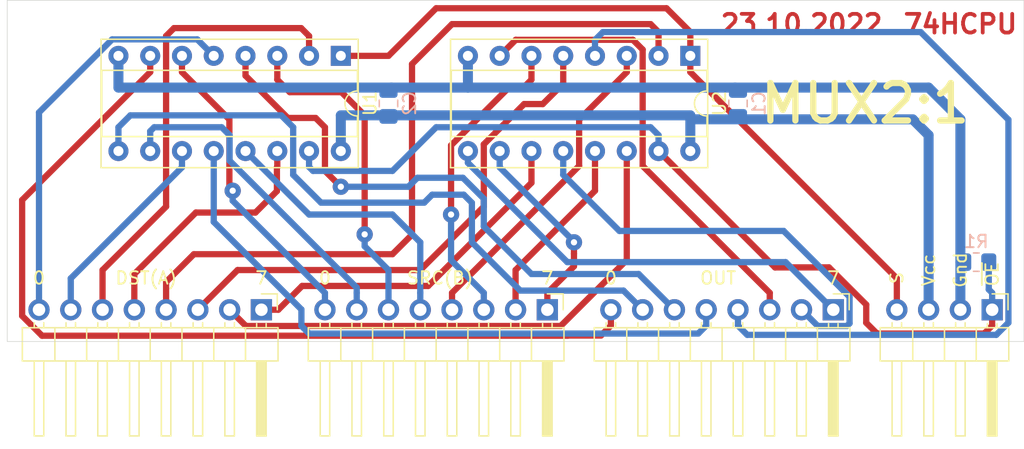
<source format=kicad_pcb>
(kicad_pcb (version 20171130) (host pcbnew "(5.1.8)-1")

  (general
    (thickness 1.6)
    (drawings 20)
    (tracks 220)
    (zones 0)
    (modules 9)
    (nets 29)
  )

  (page A4 portrait)
  (layers
    (0 F.Cu signal)
    (31 B.Cu signal)
    (32 B.Adhes user)
    (33 F.Adhes user)
    (34 B.Paste user)
    (35 F.Paste user)
    (36 B.SilkS user)
    (37 F.SilkS user)
    (38 B.Mask user)
    (39 F.Mask user)
    (40 Dwgs.User user)
    (41 Cmts.User user)
    (42 Eco1.User user)
    (43 Eco2.User user)
    (44 Edge.Cuts user)
    (45 Margin user)
    (46 B.CrtYd user)
    (47 F.CrtYd user)
    (48 B.Fab user)
    (49 F.Fab user)
  )

  (setup
    (last_trace_width 0.5)
    (user_trace_width 0.5)
    (user_trace_width 0.8)
    (trace_clearance 0.2)
    (zone_clearance 0.508)
    (zone_45_only no)
    (trace_min 0.5)
    (via_size 0.8)
    (via_drill 0.4)
    (via_min_size 0.4)
    (via_min_drill 0.3)
    (user_via 1.3 0.5)
    (uvia_size 0.3)
    (uvia_drill 0.1)
    (uvias_allowed no)
    (uvia_min_size 0.2)
    (uvia_min_drill 0.1)
    (edge_width 0.05)
    (segment_width 0.5)
    (pcb_text_width 0.3)
    (pcb_text_size 1.5 1.5)
    (mod_edge_width 0.12)
    (mod_text_size 1 1)
    (mod_text_width 0.15)
    (pad_size 1.524 1.524)
    (pad_drill 0.762)
    (pad_to_mask_clearance 0)
    (aux_axis_origin 0 0)
    (visible_elements 7FFFFFFF)
    (pcbplotparams
      (layerselection 0x010f0_ffffffff)
      (usegerberextensions false)
      (usegerberattributes true)
      (usegerberadvancedattributes true)
      (creategerberjobfile false)
      (excludeedgelayer true)
      (linewidth 0.100000)
      (plotframeref false)
      (viasonmask false)
      (mode 1)
      (useauxorigin false)
      (hpglpennumber 1)
      (hpglpenspeed 20)
      (hpglpendiameter 15.000000)
      (psnegative false)
      (psa4output false)
      (plotreference true)
      (plotvalue true)
      (plotinvisibletext false)
      (padsonsilk false)
      (subtractmaskfromsilk false)
      (outputformat 1)
      (mirror false)
      (drillshape 0)
      (scaleselection 1)
      (outputdirectory "gerber/"))
  )

  (net 0 "")
  (net 1 VCC)
  (net 2 GND)
  (net 3 /A0)
  (net 4 /A1)
  (net 5 /A2)
  (net 6 /A3)
  (net 7 /A4)
  (net 8 /A5)
  (net 9 /A6)
  (net 10 /A7)
  (net 11 /B7)
  (net 12 /B6)
  (net 13 /B5)
  (net 14 /B4)
  (net 15 /B3)
  (net 16 /B2)
  (net 17 /B1)
  (net 18 /B0)
  (net 19 /O0)
  (net 20 /O1)
  (net 21 /O2)
  (net 22 /O3)
  (net 23 /O4)
  (net 24 /O5)
  (net 25 /O6)
  (net 26 /O7)
  (net 27 /S)
  (net 28 /~OE)

  (net_class Default "This is the default net class."
    (clearance 0.2)
    (trace_width 0.5)
    (via_dia 0.8)
    (via_drill 0.4)
    (uvia_dia 0.3)
    (uvia_drill 0.1)
    (diff_pair_width 0.5)
    (diff_pair_gap 0.25)
    (add_net /A0)
    (add_net /A1)
    (add_net /A2)
    (add_net /A3)
    (add_net /A4)
    (add_net /A5)
    (add_net /A6)
    (add_net /A7)
    (add_net /B0)
    (add_net /B1)
    (add_net /B2)
    (add_net /B3)
    (add_net /B4)
    (add_net /B5)
    (add_net /B6)
    (add_net /B7)
    (add_net /O0)
    (add_net /O1)
    (add_net /O2)
    (add_net /O3)
    (add_net /O4)
    (add_net /O5)
    (add_net /O6)
    (add_net /O7)
    (add_net /S)
    (add_net /~OE)
    (add_net GND)
    (add_net VCC)
  )

  (module Capacitor_SMD:C_0805_2012Metric_Pad1.18x1.45mm_HandSolder (layer B.Cu) (tedit 5F68FEEF) (tstamp 6354138A)
    (at 106.68 64.77 90)
    (descr "Capacitor SMD 0805 (2012 Metric), square (rectangular) end terminal, IPC_7351 nominal with elongated pad for handsoldering. (Body size source: IPC-SM-782 page 76, https://www.pcb-3d.com/wordpress/wp-content/uploads/ipc-sm-782a_amendment_1_and_2.pdf, https://docs.google.com/spreadsheets/d/1BsfQQcO9C6DZCsRaXUlFlo91Tg2WpOkGARC1WS5S8t0/edit?usp=sharing), generated with kicad-footprint-generator")
    (tags "capacitor handsolder")
    (path /6355538F)
    (attr smd)
    (fp_text reference C1 (at 0 1.68 90) (layer B.SilkS)
      (effects (font (size 1 1) (thickness 0.15)) (justify mirror))
    )
    (fp_text value 0.1uF (at 0 -1.68 90) (layer B.Fab)
      (effects (font (size 1 1) (thickness 0.15)) (justify mirror))
    )
    (fp_line (start 1.88 -0.98) (end -1.88 -0.98) (layer B.CrtYd) (width 0.05))
    (fp_line (start 1.88 0.98) (end 1.88 -0.98) (layer B.CrtYd) (width 0.05))
    (fp_line (start -1.88 0.98) (end 1.88 0.98) (layer B.CrtYd) (width 0.05))
    (fp_line (start -1.88 -0.98) (end -1.88 0.98) (layer B.CrtYd) (width 0.05))
    (fp_line (start -0.261252 -0.735) (end 0.261252 -0.735) (layer B.SilkS) (width 0.12))
    (fp_line (start -0.261252 0.735) (end 0.261252 0.735) (layer B.SilkS) (width 0.12))
    (fp_line (start 1 -0.625) (end -1 -0.625) (layer B.Fab) (width 0.1))
    (fp_line (start 1 0.625) (end 1 -0.625) (layer B.Fab) (width 0.1))
    (fp_line (start -1 0.625) (end 1 0.625) (layer B.Fab) (width 0.1))
    (fp_line (start -1 -0.625) (end -1 0.625) (layer B.Fab) (width 0.1))
    (fp_text user %R (at 0 0 90) (layer B.Fab)
      (effects (font (size 0.5 0.5) (thickness 0.08)) (justify mirror))
    )
    (pad 1 smd roundrect (at -1.0375 0 90) (size 1.175 1.45) (layers B.Cu B.Paste B.Mask) (roundrect_rratio 0.2127659574468085)
      (net 1 VCC))
    (pad 2 smd roundrect (at 1.0375 0 90) (size 1.175 1.45) (layers B.Cu B.Paste B.Mask) (roundrect_rratio 0.2127659574468085)
      (net 2 GND))
    (model ${KISYS3DMOD}/Capacitor_SMD.3dshapes/C_0805_2012Metric.wrl
      (at (xyz 0 0 0))
      (scale (xyz 1 1 1))
      (rotate (xyz 0 0 0))
    )
  )

  (module Connector_PinHeader_2.54mm:PinHeader_1x08_P2.54mm_Horizontal (layer F.Cu) (tedit 59FED5CB) (tstamp 6354140B)
    (at 68.58 81.28 270)
    (descr "Through hole angled pin header, 1x08, 2.54mm pitch, 6mm pin length, single row")
    (tags "Through hole angled pin header THT 1x08 2.54mm single row")
    (path /63544809)
    (fp_text reference J1 (at 0.635 -2.54 90) (layer F.SilkS) hide
      (effects (font (size 1 1) (thickness 0.15)))
    )
    (fp_text value Conn_01x08_Male (at 4.385 20.05 90) (layer F.Fab)
      (effects (font (size 1 1) (thickness 0.15)))
    )
    (fp_line (start 10.55 -1.8) (end -1.8 -1.8) (layer F.CrtYd) (width 0.05))
    (fp_line (start 10.55 19.55) (end 10.55 -1.8) (layer F.CrtYd) (width 0.05))
    (fp_line (start -1.8 19.55) (end 10.55 19.55) (layer F.CrtYd) (width 0.05))
    (fp_line (start -1.8 -1.8) (end -1.8 19.55) (layer F.CrtYd) (width 0.05))
    (fp_line (start -1.27 -1.27) (end 0 -1.27) (layer F.SilkS) (width 0.12))
    (fp_line (start -1.27 0) (end -1.27 -1.27) (layer F.SilkS) (width 0.12))
    (fp_line (start 1.042929 18.16) (end 1.44 18.16) (layer F.SilkS) (width 0.12))
    (fp_line (start 1.042929 17.4) (end 1.44 17.4) (layer F.SilkS) (width 0.12))
    (fp_line (start 10.1 18.16) (end 4.1 18.16) (layer F.SilkS) (width 0.12))
    (fp_line (start 10.1 17.4) (end 10.1 18.16) (layer F.SilkS) (width 0.12))
    (fp_line (start 4.1 17.4) (end 10.1 17.4) (layer F.SilkS) (width 0.12))
    (fp_line (start 1.44 16.51) (end 4.1 16.51) (layer F.SilkS) (width 0.12))
    (fp_line (start 1.042929 15.62) (end 1.44 15.62) (layer F.SilkS) (width 0.12))
    (fp_line (start 1.042929 14.86) (end 1.44 14.86) (layer F.SilkS) (width 0.12))
    (fp_line (start 10.1 15.62) (end 4.1 15.62) (layer F.SilkS) (width 0.12))
    (fp_line (start 10.1 14.86) (end 10.1 15.62) (layer F.SilkS) (width 0.12))
    (fp_line (start 4.1 14.86) (end 10.1 14.86) (layer F.SilkS) (width 0.12))
    (fp_line (start 1.44 13.97) (end 4.1 13.97) (layer F.SilkS) (width 0.12))
    (fp_line (start 1.042929 13.08) (end 1.44 13.08) (layer F.SilkS) (width 0.12))
    (fp_line (start 1.042929 12.32) (end 1.44 12.32) (layer F.SilkS) (width 0.12))
    (fp_line (start 10.1 13.08) (end 4.1 13.08) (layer F.SilkS) (width 0.12))
    (fp_line (start 10.1 12.32) (end 10.1 13.08) (layer F.SilkS) (width 0.12))
    (fp_line (start 4.1 12.32) (end 10.1 12.32) (layer F.SilkS) (width 0.12))
    (fp_line (start 1.44 11.43) (end 4.1 11.43) (layer F.SilkS) (width 0.12))
    (fp_line (start 1.042929 10.54) (end 1.44 10.54) (layer F.SilkS) (width 0.12))
    (fp_line (start 1.042929 9.78) (end 1.44 9.78) (layer F.SilkS) (width 0.12))
    (fp_line (start 10.1 10.54) (end 4.1 10.54) (layer F.SilkS) (width 0.12))
    (fp_line (start 10.1 9.78) (end 10.1 10.54) (layer F.SilkS) (width 0.12))
    (fp_line (start 4.1 9.78) (end 10.1 9.78) (layer F.SilkS) (width 0.12))
    (fp_line (start 1.44 8.89) (end 4.1 8.89) (layer F.SilkS) (width 0.12))
    (fp_line (start 1.042929 8) (end 1.44 8) (layer F.SilkS) (width 0.12))
    (fp_line (start 1.042929 7.24) (end 1.44 7.24) (layer F.SilkS) (width 0.12))
    (fp_line (start 10.1 8) (end 4.1 8) (layer F.SilkS) (width 0.12))
    (fp_line (start 10.1 7.24) (end 10.1 8) (layer F.SilkS) (width 0.12))
    (fp_line (start 4.1 7.24) (end 10.1 7.24) (layer F.SilkS) (width 0.12))
    (fp_line (start 1.44 6.35) (end 4.1 6.35) (layer F.SilkS) (width 0.12))
    (fp_line (start 1.042929 5.46) (end 1.44 5.46) (layer F.SilkS) (width 0.12))
    (fp_line (start 1.042929 4.7) (end 1.44 4.7) (layer F.SilkS) (width 0.12))
    (fp_line (start 10.1 5.46) (end 4.1 5.46) (layer F.SilkS) (width 0.12))
    (fp_line (start 10.1 4.7) (end 10.1 5.46) (layer F.SilkS) (width 0.12))
    (fp_line (start 4.1 4.7) (end 10.1 4.7) (layer F.SilkS) (width 0.12))
    (fp_line (start 1.44 3.81) (end 4.1 3.81) (layer F.SilkS) (width 0.12))
    (fp_line (start 1.042929 2.92) (end 1.44 2.92) (layer F.SilkS) (width 0.12))
    (fp_line (start 1.042929 2.16) (end 1.44 2.16) (layer F.SilkS) (width 0.12))
    (fp_line (start 10.1 2.92) (end 4.1 2.92) (layer F.SilkS) (width 0.12))
    (fp_line (start 10.1 2.16) (end 10.1 2.92) (layer F.SilkS) (width 0.12))
    (fp_line (start 4.1 2.16) (end 10.1 2.16) (layer F.SilkS) (width 0.12))
    (fp_line (start 1.44 1.27) (end 4.1 1.27) (layer F.SilkS) (width 0.12))
    (fp_line (start 1.11 0.38) (end 1.44 0.38) (layer F.SilkS) (width 0.12))
    (fp_line (start 1.11 -0.38) (end 1.44 -0.38) (layer F.SilkS) (width 0.12))
    (fp_line (start 4.1 0.28) (end 10.1 0.28) (layer F.SilkS) (width 0.12))
    (fp_line (start 4.1 0.16) (end 10.1 0.16) (layer F.SilkS) (width 0.12))
    (fp_line (start 4.1 0.04) (end 10.1 0.04) (layer F.SilkS) (width 0.12))
    (fp_line (start 4.1 -0.08) (end 10.1 -0.08) (layer F.SilkS) (width 0.12))
    (fp_line (start 4.1 -0.2) (end 10.1 -0.2) (layer F.SilkS) (width 0.12))
    (fp_line (start 4.1 -0.32) (end 10.1 -0.32) (layer F.SilkS) (width 0.12))
    (fp_line (start 10.1 0.38) (end 4.1 0.38) (layer F.SilkS) (width 0.12))
    (fp_line (start 10.1 -0.38) (end 10.1 0.38) (layer F.SilkS) (width 0.12))
    (fp_line (start 4.1 -0.38) (end 10.1 -0.38) (layer F.SilkS) (width 0.12))
    (fp_line (start 4.1 -1.33) (end 1.44 -1.33) (layer F.SilkS) (width 0.12))
    (fp_line (start 4.1 19.11) (end 4.1 -1.33) (layer F.SilkS) (width 0.12))
    (fp_line (start 1.44 19.11) (end 4.1 19.11) (layer F.SilkS) (width 0.12))
    (fp_line (start 1.44 -1.33) (end 1.44 19.11) (layer F.SilkS) (width 0.12))
    (fp_line (start 4.04 18.1) (end 10.04 18.1) (layer F.Fab) (width 0.1))
    (fp_line (start 10.04 17.46) (end 10.04 18.1) (layer F.Fab) (width 0.1))
    (fp_line (start 4.04 17.46) (end 10.04 17.46) (layer F.Fab) (width 0.1))
    (fp_line (start -0.32 18.1) (end 1.5 18.1) (layer F.Fab) (width 0.1))
    (fp_line (start -0.32 17.46) (end -0.32 18.1) (layer F.Fab) (width 0.1))
    (fp_line (start -0.32 17.46) (end 1.5 17.46) (layer F.Fab) (width 0.1))
    (fp_line (start 4.04 15.56) (end 10.04 15.56) (layer F.Fab) (width 0.1))
    (fp_line (start 10.04 14.92) (end 10.04 15.56) (layer F.Fab) (width 0.1))
    (fp_line (start 4.04 14.92) (end 10.04 14.92) (layer F.Fab) (width 0.1))
    (fp_line (start -0.32 15.56) (end 1.5 15.56) (layer F.Fab) (width 0.1))
    (fp_line (start -0.32 14.92) (end -0.32 15.56) (layer F.Fab) (width 0.1))
    (fp_line (start -0.32 14.92) (end 1.5 14.92) (layer F.Fab) (width 0.1))
    (fp_line (start 4.04 13.02) (end 10.04 13.02) (layer F.Fab) (width 0.1))
    (fp_line (start 10.04 12.38) (end 10.04 13.02) (layer F.Fab) (width 0.1))
    (fp_line (start 4.04 12.38) (end 10.04 12.38) (layer F.Fab) (width 0.1))
    (fp_line (start -0.32 13.02) (end 1.5 13.02) (layer F.Fab) (width 0.1))
    (fp_line (start -0.32 12.38) (end -0.32 13.02) (layer F.Fab) (width 0.1))
    (fp_line (start -0.32 12.38) (end 1.5 12.38) (layer F.Fab) (width 0.1))
    (fp_line (start 4.04 10.48) (end 10.04 10.48) (layer F.Fab) (width 0.1))
    (fp_line (start 10.04 9.84) (end 10.04 10.48) (layer F.Fab) (width 0.1))
    (fp_line (start 4.04 9.84) (end 10.04 9.84) (layer F.Fab) (width 0.1))
    (fp_line (start -0.32 10.48) (end 1.5 10.48) (layer F.Fab) (width 0.1))
    (fp_line (start -0.32 9.84) (end -0.32 10.48) (layer F.Fab) (width 0.1))
    (fp_line (start -0.32 9.84) (end 1.5 9.84) (layer F.Fab) (width 0.1))
    (fp_line (start 4.04 7.94) (end 10.04 7.94) (layer F.Fab) (width 0.1))
    (fp_line (start 10.04 7.3) (end 10.04 7.94) (layer F.Fab) (width 0.1))
    (fp_line (start 4.04 7.3) (end 10.04 7.3) (layer F.Fab) (width 0.1))
    (fp_line (start -0.32 7.94) (end 1.5 7.94) (layer F.Fab) (width 0.1))
    (fp_line (start -0.32 7.3) (end -0.32 7.94) (layer F.Fab) (width 0.1))
    (fp_line (start -0.32 7.3) (end 1.5 7.3) (layer F.Fab) (width 0.1))
    (fp_line (start 4.04 5.4) (end 10.04 5.4) (layer F.Fab) (width 0.1))
    (fp_line (start 10.04 4.76) (end 10.04 5.4) (layer F.Fab) (width 0.1))
    (fp_line (start 4.04 4.76) (end 10.04 4.76) (layer F.Fab) (width 0.1))
    (fp_line (start -0.32 5.4) (end 1.5 5.4) (layer F.Fab) (width 0.1))
    (fp_line (start -0.32 4.76) (end -0.32 5.4) (layer F.Fab) (width 0.1))
    (fp_line (start -0.32 4.76) (end 1.5 4.76) (layer F.Fab) (width 0.1))
    (fp_line (start 4.04 2.86) (end 10.04 2.86) (layer F.Fab) (width 0.1))
    (fp_line (start 10.04 2.22) (end 10.04 2.86) (layer F.Fab) (width 0.1))
    (fp_line (start 4.04 2.22) (end 10.04 2.22) (layer F.Fab) (width 0.1))
    (fp_line (start -0.32 2.86) (end 1.5 2.86) (layer F.Fab) (width 0.1))
    (fp_line (start -0.32 2.22) (end -0.32 2.86) (layer F.Fab) (width 0.1))
    (fp_line (start -0.32 2.22) (end 1.5 2.22) (layer F.Fab) (width 0.1))
    (fp_line (start 4.04 0.32) (end 10.04 0.32) (layer F.Fab) (width 0.1))
    (fp_line (start 10.04 -0.32) (end 10.04 0.32) (layer F.Fab) (width 0.1))
    (fp_line (start 4.04 -0.32) (end 10.04 -0.32) (layer F.Fab) (width 0.1))
    (fp_line (start -0.32 0.32) (end 1.5 0.32) (layer F.Fab) (width 0.1))
    (fp_line (start -0.32 -0.32) (end -0.32 0.32) (layer F.Fab) (width 0.1))
    (fp_line (start -0.32 -0.32) (end 1.5 -0.32) (layer F.Fab) (width 0.1))
    (fp_line (start 1.5 -0.635) (end 2.135 -1.27) (layer F.Fab) (width 0.1))
    (fp_line (start 1.5 19.05) (end 1.5 -0.635) (layer F.Fab) (width 0.1))
    (fp_line (start 4.04 19.05) (end 1.5 19.05) (layer F.Fab) (width 0.1))
    (fp_line (start 4.04 -1.27) (end 4.04 19.05) (layer F.Fab) (width 0.1))
    (fp_line (start 2.135 -1.27) (end 4.04 -1.27) (layer F.Fab) (width 0.1))
    (fp_text user %R (at 2.77 8.89) (layer F.Fab)
      (effects (font (size 1 1) (thickness 0.15)))
    )
    (pad 1 thru_hole rect (at 0 0 270) (size 1.7 1.7) (drill 1) (layers *.Cu *.Mask)
      (net 10 /A7))
    (pad 2 thru_hole oval (at 0 2.54 270) (size 1.7 1.7) (drill 1) (layers *.Cu *.Mask)
      (net 9 /A6))
    (pad 3 thru_hole oval (at 0 5.08 270) (size 1.7 1.7) (drill 1) (layers *.Cu *.Mask)
      (net 8 /A5))
    (pad 4 thru_hole oval (at 0 7.62 270) (size 1.7 1.7) (drill 1) (layers *.Cu *.Mask)
      (net 7 /A4))
    (pad 5 thru_hole oval (at 0 10.16 270) (size 1.7 1.7) (drill 1) (layers *.Cu *.Mask)
      (net 6 /A3))
    (pad 6 thru_hole oval (at 0 12.7 270) (size 1.7 1.7) (drill 1) (layers *.Cu *.Mask)
      (net 5 /A2))
    (pad 7 thru_hole oval (at 0 15.24 270) (size 1.7 1.7) (drill 1) (layers *.Cu *.Mask)
      (net 4 /A1))
    (pad 8 thru_hole oval (at 0 17.78 270) (size 1.7 1.7) (drill 1) (layers *.Cu *.Mask)
      (net 3 /A0))
    (model ${KISYS3DMOD}/Connector_PinHeader_2.54mm.3dshapes/PinHeader_1x08_P2.54mm_Horizontal.wrl
      (at (xyz 0 0 0))
      (scale (xyz 1 1 1))
      (rotate (xyz 0 0 0))
    )
  )

  (module Connector_PinHeader_2.54mm:PinHeader_1x08_P2.54mm_Horizontal (layer F.Cu) (tedit 59FED5CB) (tstamp 6354148C)
    (at 91.44 81.28 270)
    (descr "Through hole angled pin header, 1x08, 2.54mm pitch, 6mm pin length, single row")
    (tags "Through hole angled pin header THT 1x08 2.54mm single row")
    (path /63545B31)
    (fp_text reference J2 (at 0.9525 -2.54 90) (layer F.SilkS) hide
      (effects (font (size 1 1) (thickness 0.15)))
    )
    (fp_text value Conn_01x08_Male (at 4.385 20.05 90) (layer F.Fab)
      (effects (font (size 1 1) (thickness 0.15)))
    )
    (fp_line (start 2.135 -1.27) (end 4.04 -1.27) (layer F.Fab) (width 0.1))
    (fp_line (start 4.04 -1.27) (end 4.04 19.05) (layer F.Fab) (width 0.1))
    (fp_line (start 4.04 19.05) (end 1.5 19.05) (layer F.Fab) (width 0.1))
    (fp_line (start 1.5 19.05) (end 1.5 -0.635) (layer F.Fab) (width 0.1))
    (fp_line (start 1.5 -0.635) (end 2.135 -1.27) (layer F.Fab) (width 0.1))
    (fp_line (start -0.32 -0.32) (end 1.5 -0.32) (layer F.Fab) (width 0.1))
    (fp_line (start -0.32 -0.32) (end -0.32 0.32) (layer F.Fab) (width 0.1))
    (fp_line (start -0.32 0.32) (end 1.5 0.32) (layer F.Fab) (width 0.1))
    (fp_line (start 4.04 -0.32) (end 10.04 -0.32) (layer F.Fab) (width 0.1))
    (fp_line (start 10.04 -0.32) (end 10.04 0.32) (layer F.Fab) (width 0.1))
    (fp_line (start 4.04 0.32) (end 10.04 0.32) (layer F.Fab) (width 0.1))
    (fp_line (start -0.32 2.22) (end 1.5 2.22) (layer F.Fab) (width 0.1))
    (fp_line (start -0.32 2.22) (end -0.32 2.86) (layer F.Fab) (width 0.1))
    (fp_line (start -0.32 2.86) (end 1.5 2.86) (layer F.Fab) (width 0.1))
    (fp_line (start 4.04 2.22) (end 10.04 2.22) (layer F.Fab) (width 0.1))
    (fp_line (start 10.04 2.22) (end 10.04 2.86) (layer F.Fab) (width 0.1))
    (fp_line (start 4.04 2.86) (end 10.04 2.86) (layer F.Fab) (width 0.1))
    (fp_line (start -0.32 4.76) (end 1.5 4.76) (layer F.Fab) (width 0.1))
    (fp_line (start -0.32 4.76) (end -0.32 5.4) (layer F.Fab) (width 0.1))
    (fp_line (start -0.32 5.4) (end 1.5 5.4) (layer F.Fab) (width 0.1))
    (fp_line (start 4.04 4.76) (end 10.04 4.76) (layer F.Fab) (width 0.1))
    (fp_line (start 10.04 4.76) (end 10.04 5.4) (layer F.Fab) (width 0.1))
    (fp_line (start 4.04 5.4) (end 10.04 5.4) (layer F.Fab) (width 0.1))
    (fp_line (start -0.32 7.3) (end 1.5 7.3) (layer F.Fab) (width 0.1))
    (fp_line (start -0.32 7.3) (end -0.32 7.94) (layer F.Fab) (width 0.1))
    (fp_line (start -0.32 7.94) (end 1.5 7.94) (layer F.Fab) (width 0.1))
    (fp_line (start 4.04 7.3) (end 10.04 7.3) (layer F.Fab) (width 0.1))
    (fp_line (start 10.04 7.3) (end 10.04 7.94) (layer F.Fab) (width 0.1))
    (fp_line (start 4.04 7.94) (end 10.04 7.94) (layer F.Fab) (width 0.1))
    (fp_line (start -0.32 9.84) (end 1.5 9.84) (layer F.Fab) (width 0.1))
    (fp_line (start -0.32 9.84) (end -0.32 10.48) (layer F.Fab) (width 0.1))
    (fp_line (start -0.32 10.48) (end 1.5 10.48) (layer F.Fab) (width 0.1))
    (fp_line (start 4.04 9.84) (end 10.04 9.84) (layer F.Fab) (width 0.1))
    (fp_line (start 10.04 9.84) (end 10.04 10.48) (layer F.Fab) (width 0.1))
    (fp_line (start 4.04 10.48) (end 10.04 10.48) (layer F.Fab) (width 0.1))
    (fp_line (start -0.32 12.38) (end 1.5 12.38) (layer F.Fab) (width 0.1))
    (fp_line (start -0.32 12.38) (end -0.32 13.02) (layer F.Fab) (width 0.1))
    (fp_line (start -0.32 13.02) (end 1.5 13.02) (layer F.Fab) (width 0.1))
    (fp_line (start 4.04 12.38) (end 10.04 12.38) (layer F.Fab) (width 0.1))
    (fp_line (start 10.04 12.38) (end 10.04 13.02) (layer F.Fab) (width 0.1))
    (fp_line (start 4.04 13.02) (end 10.04 13.02) (layer F.Fab) (width 0.1))
    (fp_line (start -0.32 14.92) (end 1.5 14.92) (layer F.Fab) (width 0.1))
    (fp_line (start -0.32 14.92) (end -0.32 15.56) (layer F.Fab) (width 0.1))
    (fp_line (start -0.32 15.56) (end 1.5 15.56) (layer F.Fab) (width 0.1))
    (fp_line (start 4.04 14.92) (end 10.04 14.92) (layer F.Fab) (width 0.1))
    (fp_line (start 10.04 14.92) (end 10.04 15.56) (layer F.Fab) (width 0.1))
    (fp_line (start 4.04 15.56) (end 10.04 15.56) (layer F.Fab) (width 0.1))
    (fp_line (start -0.32 17.46) (end 1.5 17.46) (layer F.Fab) (width 0.1))
    (fp_line (start -0.32 17.46) (end -0.32 18.1) (layer F.Fab) (width 0.1))
    (fp_line (start -0.32 18.1) (end 1.5 18.1) (layer F.Fab) (width 0.1))
    (fp_line (start 4.04 17.46) (end 10.04 17.46) (layer F.Fab) (width 0.1))
    (fp_line (start 10.04 17.46) (end 10.04 18.1) (layer F.Fab) (width 0.1))
    (fp_line (start 4.04 18.1) (end 10.04 18.1) (layer F.Fab) (width 0.1))
    (fp_line (start 1.44 -1.33) (end 1.44 19.11) (layer F.SilkS) (width 0.12))
    (fp_line (start 1.44 19.11) (end 4.1 19.11) (layer F.SilkS) (width 0.12))
    (fp_line (start 4.1 19.11) (end 4.1 -1.33) (layer F.SilkS) (width 0.12))
    (fp_line (start 4.1 -1.33) (end 1.44 -1.33) (layer F.SilkS) (width 0.12))
    (fp_line (start 4.1 -0.38) (end 10.1 -0.38) (layer F.SilkS) (width 0.12))
    (fp_line (start 10.1 -0.38) (end 10.1 0.38) (layer F.SilkS) (width 0.12))
    (fp_line (start 10.1 0.38) (end 4.1 0.38) (layer F.SilkS) (width 0.12))
    (fp_line (start 4.1 -0.32) (end 10.1 -0.32) (layer F.SilkS) (width 0.12))
    (fp_line (start 4.1 -0.2) (end 10.1 -0.2) (layer F.SilkS) (width 0.12))
    (fp_line (start 4.1 -0.08) (end 10.1 -0.08) (layer F.SilkS) (width 0.12))
    (fp_line (start 4.1 0.04) (end 10.1 0.04) (layer F.SilkS) (width 0.12))
    (fp_line (start 4.1 0.16) (end 10.1 0.16) (layer F.SilkS) (width 0.12))
    (fp_line (start 4.1 0.28) (end 10.1 0.28) (layer F.SilkS) (width 0.12))
    (fp_line (start 1.11 -0.38) (end 1.44 -0.38) (layer F.SilkS) (width 0.12))
    (fp_line (start 1.11 0.38) (end 1.44 0.38) (layer F.SilkS) (width 0.12))
    (fp_line (start 1.44 1.27) (end 4.1 1.27) (layer F.SilkS) (width 0.12))
    (fp_line (start 4.1 2.16) (end 10.1 2.16) (layer F.SilkS) (width 0.12))
    (fp_line (start 10.1 2.16) (end 10.1 2.92) (layer F.SilkS) (width 0.12))
    (fp_line (start 10.1 2.92) (end 4.1 2.92) (layer F.SilkS) (width 0.12))
    (fp_line (start 1.042929 2.16) (end 1.44 2.16) (layer F.SilkS) (width 0.12))
    (fp_line (start 1.042929 2.92) (end 1.44 2.92) (layer F.SilkS) (width 0.12))
    (fp_line (start 1.44 3.81) (end 4.1 3.81) (layer F.SilkS) (width 0.12))
    (fp_line (start 4.1 4.7) (end 10.1 4.7) (layer F.SilkS) (width 0.12))
    (fp_line (start 10.1 4.7) (end 10.1 5.46) (layer F.SilkS) (width 0.12))
    (fp_line (start 10.1 5.46) (end 4.1 5.46) (layer F.SilkS) (width 0.12))
    (fp_line (start 1.042929 4.7) (end 1.44 4.7) (layer F.SilkS) (width 0.12))
    (fp_line (start 1.042929 5.46) (end 1.44 5.46) (layer F.SilkS) (width 0.12))
    (fp_line (start 1.44 6.35) (end 4.1 6.35) (layer F.SilkS) (width 0.12))
    (fp_line (start 4.1 7.24) (end 10.1 7.24) (layer F.SilkS) (width 0.12))
    (fp_line (start 10.1 7.24) (end 10.1 8) (layer F.SilkS) (width 0.12))
    (fp_line (start 10.1 8) (end 4.1 8) (layer F.SilkS) (width 0.12))
    (fp_line (start 1.042929 7.24) (end 1.44 7.24) (layer F.SilkS) (width 0.12))
    (fp_line (start 1.042929 8) (end 1.44 8) (layer F.SilkS) (width 0.12))
    (fp_line (start 1.44 8.89) (end 4.1 8.89) (layer F.SilkS) (width 0.12))
    (fp_line (start 4.1 9.78) (end 10.1 9.78) (layer F.SilkS) (width 0.12))
    (fp_line (start 10.1 9.78) (end 10.1 10.54) (layer F.SilkS) (width 0.12))
    (fp_line (start 10.1 10.54) (end 4.1 10.54) (layer F.SilkS) (width 0.12))
    (fp_line (start 1.042929 9.78) (end 1.44 9.78) (layer F.SilkS) (width 0.12))
    (fp_line (start 1.042929 10.54) (end 1.44 10.54) (layer F.SilkS) (width 0.12))
    (fp_line (start 1.44 11.43) (end 4.1 11.43) (layer F.SilkS) (width 0.12))
    (fp_line (start 4.1 12.32) (end 10.1 12.32) (layer F.SilkS) (width 0.12))
    (fp_line (start 10.1 12.32) (end 10.1 13.08) (layer F.SilkS) (width 0.12))
    (fp_line (start 10.1 13.08) (end 4.1 13.08) (layer F.SilkS) (width 0.12))
    (fp_line (start 1.042929 12.32) (end 1.44 12.32) (layer F.SilkS) (width 0.12))
    (fp_line (start 1.042929 13.08) (end 1.44 13.08) (layer F.SilkS) (width 0.12))
    (fp_line (start 1.44 13.97) (end 4.1 13.97) (layer F.SilkS) (width 0.12))
    (fp_line (start 4.1 14.86) (end 10.1 14.86) (layer F.SilkS) (width 0.12))
    (fp_line (start 10.1 14.86) (end 10.1 15.62) (layer F.SilkS) (width 0.12))
    (fp_line (start 10.1 15.62) (end 4.1 15.62) (layer F.SilkS) (width 0.12))
    (fp_line (start 1.042929 14.86) (end 1.44 14.86) (layer F.SilkS) (width 0.12))
    (fp_line (start 1.042929 15.62) (end 1.44 15.62) (layer F.SilkS) (width 0.12))
    (fp_line (start 1.44 16.51) (end 4.1 16.51) (layer F.SilkS) (width 0.12))
    (fp_line (start 4.1 17.4) (end 10.1 17.4) (layer F.SilkS) (width 0.12))
    (fp_line (start 10.1 17.4) (end 10.1 18.16) (layer F.SilkS) (width 0.12))
    (fp_line (start 10.1 18.16) (end 4.1 18.16) (layer F.SilkS) (width 0.12))
    (fp_line (start 1.042929 17.4) (end 1.44 17.4) (layer F.SilkS) (width 0.12))
    (fp_line (start 1.042929 18.16) (end 1.44 18.16) (layer F.SilkS) (width 0.12))
    (fp_line (start -1.27 0) (end -1.27 -1.27) (layer F.SilkS) (width 0.12))
    (fp_line (start -1.27 -1.27) (end 0 -1.27) (layer F.SilkS) (width 0.12))
    (fp_line (start -1.8 -1.8) (end -1.8 19.55) (layer F.CrtYd) (width 0.05))
    (fp_line (start -1.8 19.55) (end 10.55 19.55) (layer F.CrtYd) (width 0.05))
    (fp_line (start 10.55 19.55) (end 10.55 -1.8) (layer F.CrtYd) (width 0.05))
    (fp_line (start 10.55 -1.8) (end -1.8 -1.8) (layer F.CrtYd) (width 0.05))
    (fp_text user %R (at 2.77 8.89) (layer F.Fab)
      (effects (font (size 1 1) (thickness 0.15)))
    )
    (pad 8 thru_hole oval (at 0 17.78 270) (size 1.7 1.7) (drill 1) (layers *.Cu *.Mask)
      (net 18 /B0))
    (pad 7 thru_hole oval (at 0 15.24 270) (size 1.7 1.7) (drill 1) (layers *.Cu *.Mask)
      (net 17 /B1))
    (pad 6 thru_hole oval (at 0 12.7 270) (size 1.7 1.7) (drill 1) (layers *.Cu *.Mask)
      (net 16 /B2))
    (pad 5 thru_hole oval (at 0 10.16 270) (size 1.7 1.7) (drill 1) (layers *.Cu *.Mask)
      (net 15 /B3))
    (pad 4 thru_hole oval (at 0 7.62 270) (size 1.7 1.7) (drill 1) (layers *.Cu *.Mask)
      (net 14 /B4))
    (pad 3 thru_hole oval (at 0 5.08 270) (size 1.7 1.7) (drill 1) (layers *.Cu *.Mask)
      (net 13 /B5))
    (pad 2 thru_hole oval (at 0 2.54 270) (size 1.7 1.7) (drill 1) (layers *.Cu *.Mask)
      (net 12 /B6))
    (pad 1 thru_hole rect (at 0 0 270) (size 1.7 1.7) (drill 1) (layers *.Cu *.Mask)
      (net 11 /B7))
    (model ${KISYS3DMOD}/Connector_PinHeader_2.54mm.3dshapes/PinHeader_1x08_P2.54mm_Horizontal.wrl
      (at (xyz 0 0 0))
      (scale (xyz 1 1 1))
      (rotate (xyz 0 0 0))
    )
  )

  (module Connector_PinHeader_2.54mm:PinHeader_1x08_P2.54mm_Horizontal (layer F.Cu) (tedit 59FED5CB) (tstamp 6354150D)
    (at 114.3 81.28 270)
    (descr "Through hole angled pin header, 1x08, 2.54mm pitch, 6mm pin length, single row")
    (tags "Through hole angled pin header THT 1x08 2.54mm single row")
    (path /6354F7DC)
    (fp_text reference J3 (at 0.635 -2.2225 90) (layer F.SilkS) hide
      (effects (font (size 1 1) (thickness 0.15)))
    )
    (fp_text value Conn_01x08_Male (at 4.385 20.05 90) (layer F.Fab)
      (effects (font (size 1 1) (thickness 0.15)))
    )
    (fp_line (start 10.55 -1.8) (end -1.8 -1.8) (layer F.CrtYd) (width 0.05))
    (fp_line (start 10.55 19.55) (end 10.55 -1.8) (layer F.CrtYd) (width 0.05))
    (fp_line (start -1.8 19.55) (end 10.55 19.55) (layer F.CrtYd) (width 0.05))
    (fp_line (start -1.8 -1.8) (end -1.8 19.55) (layer F.CrtYd) (width 0.05))
    (fp_line (start -1.27 -1.27) (end 0 -1.27) (layer F.SilkS) (width 0.12))
    (fp_line (start -1.27 0) (end -1.27 -1.27) (layer F.SilkS) (width 0.12))
    (fp_line (start 1.042929 18.16) (end 1.44 18.16) (layer F.SilkS) (width 0.12))
    (fp_line (start 1.042929 17.4) (end 1.44 17.4) (layer F.SilkS) (width 0.12))
    (fp_line (start 10.1 18.16) (end 4.1 18.16) (layer F.SilkS) (width 0.12))
    (fp_line (start 10.1 17.4) (end 10.1 18.16) (layer F.SilkS) (width 0.12))
    (fp_line (start 4.1 17.4) (end 10.1 17.4) (layer F.SilkS) (width 0.12))
    (fp_line (start 1.44 16.51) (end 4.1 16.51) (layer F.SilkS) (width 0.12))
    (fp_line (start 1.042929 15.62) (end 1.44 15.62) (layer F.SilkS) (width 0.12))
    (fp_line (start 1.042929 14.86) (end 1.44 14.86) (layer F.SilkS) (width 0.12))
    (fp_line (start 10.1 15.62) (end 4.1 15.62) (layer F.SilkS) (width 0.12))
    (fp_line (start 10.1 14.86) (end 10.1 15.62) (layer F.SilkS) (width 0.12))
    (fp_line (start 4.1 14.86) (end 10.1 14.86) (layer F.SilkS) (width 0.12))
    (fp_line (start 1.44 13.97) (end 4.1 13.97) (layer F.SilkS) (width 0.12))
    (fp_line (start 1.042929 13.08) (end 1.44 13.08) (layer F.SilkS) (width 0.12))
    (fp_line (start 1.042929 12.32) (end 1.44 12.32) (layer F.SilkS) (width 0.12))
    (fp_line (start 10.1 13.08) (end 4.1 13.08) (layer F.SilkS) (width 0.12))
    (fp_line (start 10.1 12.32) (end 10.1 13.08) (layer F.SilkS) (width 0.12))
    (fp_line (start 4.1 12.32) (end 10.1 12.32) (layer F.SilkS) (width 0.12))
    (fp_line (start 1.44 11.43) (end 4.1 11.43) (layer F.SilkS) (width 0.12))
    (fp_line (start 1.042929 10.54) (end 1.44 10.54) (layer F.SilkS) (width 0.12))
    (fp_line (start 1.042929 9.78) (end 1.44 9.78) (layer F.SilkS) (width 0.12))
    (fp_line (start 10.1 10.54) (end 4.1 10.54) (layer F.SilkS) (width 0.12))
    (fp_line (start 10.1 9.78) (end 10.1 10.54) (layer F.SilkS) (width 0.12))
    (fp_line (start 4.1 9.78) (end 10.1 9.78) (layer F.SilkS) (width 0.12))
    (fp_line (start 1.44 8.89) (end 4.1 8.89) (layer F.SilkS) (width 0.12))
    (fp_line (start 1.042929 8) (end 1.44 8) (layer F.SilkS) (width 0.12))
    (fp_line (start 1.042929 7.24) (end 1.44 7.24) (layer F.SilkS) (width 0.12))
    (fp_line (start 10.1 8) (end 4.1 8) (layer F.SilkS) (width 0.12))
    (fp_line (start 10.1 7.24) (end 10.1 8) (layer F.SilkS) (width 0.12))
    (fp_line (start 4.1 7.24) (end 10.1 7.24) (layer F.SilkS) (width 0.12))
    (fp_line (start 1.44 6.35) (end 4.1 6.35) (layer F.SilkS) (width 0.12))
    (fp_line (start 1.042929 5.46) (end 1.44 5.46) (layer F.SilkS) (width 0.12))
    (fp_line (start 1.042929 4.7) (end 1.44 4.7) (layer F.SilkS) (width 0.12))
    (fp_line (start 10.1 5.46) (end 4.1 5.46) (layer F.SilkS) (width 0.12))
    (fp_line (start 10.1 4.7) (end 10.1 5.46) (layer F.SilkS) (width 0.12))
    (fp_line (start 4.1 4.7) (end 10.1 4.7) (layer F.SilkS) (width 0.12))
    (fp_line (start 1.44 3.81) (end 4.1 3.81) (layer F.SilkS) (width 0.12))
    (fp_line (start 1.042929 2.92) (end 1.44 2.92) (layer F.SilkS) (width 0.12))
    (fp_line (start 1.042929 2.16) (end 1.44 2.16) (layer F.SilkS) (width 0.12))
    (fp_line (start 10.1 2.92) (end 4.1 2.92) (layer F.SilkS) (width 0.12))
    (fp_line (start 10.1 2.16) (end 10.1 2.92) (layer F.SilkS) (width 0.12))
    (fp_line (start 4.1 2.16) (end 10.1 2.16) (layer F.SilkS) (width 0.12))
    (fp_line (start 1.44 1.27) (end 4.1 1.27) (layer F.SilkS) (width 0.12))
    (fp_line (start 1.11 0.38) (end 1.44 0.38) (layer F.SilkS) (width 0.12))
    (fp_line (start 1.11 -0.38) (end 1.44 -0.38) (layer F.SilkS) (width 0.12))
    (fp_line (start 4.1 0.28) (end 10.1 0.28) (layer F.SilkS) (width 0.12))
    (fp_line (start 4.1 0.16) (end 10.1 0.16) (layer F.SilkS) (width 0.12))
    (fp_line (start 4.1 0.04) (end 10.1 0.04) (layer F.SilkS) (width 0.12))
    (fp_line (start 4.1 -0.08) (end 10.1 -0.08) (layer F.SilkS) (width 0.12))
    (fp_line (start 4.1 -0.2) (end 10.1 -0.2) (layer F.SilkS) (width 0.12))
    (fp_line (start 4.1 -0.32) (end 10.1 -0.32) (layer F.SilkS) (width 0.12))
    (fp_line (start 10.1 0.38) (end 4.1 0.38) (layer F.SilkS) (width 0.12))
    (fp_line (start 10.1 -0.38) (end 10.1 0.38) (layer F.SilkS) (width 0.12))
    (fp_line (start 4.1 -0.38) (end 10.1 -0.38) (layer F.SilkS) (width 0.12))
    (fp_line (start 4.1 -1.33) (end 1.44 -1.33) (layer F.SilkS) (width 0.12))
    (fp_line (start 4.1 19.11) (end 4.1 -1.33) (layer F.SilkS) (width 0.12))
    (fp_line (start 1.44 19.11) (end 4.1 19.11) (layer F.SilkS) (width 0.12))
    (fp_line (start 1.44 -1.33) (end 1.44 19.11) (layer F.SilkS) (width 0.12))
    (fp_line (start 4.04 18.1) (end 10.04 18.1) (layer F.Fab) (width 0.1))
    (fp_line (start 10.04 17.46) (end 10.04 18.1) (layer F.Fab) (width 0.1))
    (fp_line (start 4.04 17.46) (end 10.04 17.46) (layer F.Fab) (width 0.1))
    (fp_line (start -0.32 18.1) (end 1.5 18.1) (layer F.Fab) (width 0.1))
    (fp_line (start -0.32 17.46) (end -0.32 18.1) (layer F.Fab) (width 0.1))
    (fp_line (start -0.32 17.46) (end 1.5 17.46) (layer F.Fab) (width 0.1))
    (fp_line (start 4.04 15.56) (end 10.04 15.56) (layer F.Fab) (width 0.1))
    (fp_line (start 10.04 14.92) (end 10.04 15.56) (layer F.Fab) (width 0.1))
    (fp_line (start 4.04 14.92) (end 10.04 14.92) (layer F.Fab) (width 0.1))
    (fp_line (start -0.32 15.56) (end 1.5 15.56) (layer F.Fab) (width 0.1))
    (fp_line (start -0.32 14.92) (end -0.32 15.56) (layer F.Fab) (width 0.1))
    (fp_line (start -0.32 14.92) (end 1.5 14.92) (layer F.Fab) (width 0.1))
    (fp_line (start 4.04 13.02) (end 10.04 13.02) (layer F.Fab) (width 0.1))
    (fp_line (start 10.04 12.38) (end 10.04 13.02) (layer F.Fab) (width 0.1))
    (fp_line (start 4.04 12.38) (end 10.04 12.38) (layer F.Fab) (width 0.1))
    (fp_line (start -0.32 13.02) (end 1.5 13.02) (layer F.Fab) (width 0.1))
    (fp_line (start -0.32 12.38) (end -0.32 13.02) (layer F.Fab) (width 0.1))
    (fp_line (start -0.32 12.38) (end 1.5 12.38) (layer F.Fab) (width 0.1))
    (fp_line (start 4.04 10.48) (end 10.04 10.48) (layer F.Fab) (width 0.1))
    (fp_line (start 10.04 9.84) (end 10.04 10.48) (layer F.Fab) (width 0.1))
    (fp_line (start 4.04 9.84) (end 10.04 9.84) (layer F.Fab) (width 0.1))
    (fp_line (start -0.32 10.48) (end 1.5 10.48) (layer F.Fab) (width 0.1))
    (fp_line (start -0.32 9.84) (end -0.32 10.48) (layer F.Fab) (width 0.1))
    (fp_line (start -0.32 9.84) (end 1.5 9.84) (layer F.Fab) (width 0.1))
    (fp_line (start 4.04 7.94) (end 10.04 7.94) (layer F.Fab) (width 0.1))
    (fp_line (start 10.04 7.3) (end 10.04 7.94) (layer F.Fab) (width 0.1))
    (fp_line (start 4.04 7.3) (end 10.04 7.3) (layer F.Fab) (width 0.1))
    (fp_line (start -0.32 7.94) (end 1.5 7.94) (layer F.Fab) (width 0.1))
    (fp_line (start -0.32 7.3) (end -0.32 7.94) (layer F.Fab) (width 0.1))
    (fp_line (start -0.32 7.3) (end 1.5 7.3) (layer F.Fab) (width 0.1))
    (fp_line (start 4.04 5.4) (end 10.04 5.4) (layer F.Fab) (width 0.1))
    (fp_line (start 10.04 4.76) (end 10.04 5.4) (layer F.Fab) (width 0.1))
    (fp_line (start 4.04 4.76) (end 10.04 4.76) (layer F.Fab) (width 0.1))
    (fp_line (start -0.32 5.4) (end 1.5 5.4) (layer F.Fab) (width 0.1))
    (fp_line (start -0.32 4.76) (end -0.32 5.4) (layer F.Fab) (width 0.1))
    (fp_line (start -0.32 4.76) (end 1.5 4.76) (layer F.Fab) (width 0.1))
    (fp_line (start 4.04 2.86) (end 10.04 2.86) (layer F.Fab) (width 0.1))
    (fp_line (start 10.04 2.22) (end 10.04 2.86) (layer F.Fab) (width 0.1))
    (fp_line (start 4.04 2.22) (end 10.04 2.22) (layer F.Fab) (width 0.1))
    (fp_line (start -0.32 2.86) (end 1.5 2.86) (layer F.Fab) (width 0.1))
    (fp_line (start -0.32 2.22) (end -0.32 2.86) (layer F.Fab) (width 0.1))
    (fp_line (start -0.32 2.22) (end 1.5 2.22) (layer F.Fab) (width 0.1))
    (fp_line (start 4.04 0.32) (end 10.04 0.32) (layer F.Fab) (width 0.1))
    (fp_line (start 10.04 -0.32) (end 10.04 0.32) (layer F.Fab) (width 0.1))
    (fp_line (start 4.04 -0.32) (end 10.04 -0.32) (layer F.Fab) (width 0.1))
    (fp_line (start -0.32 0.32) (end 1.5 0.32) (layer F.Fab) (width 0.1))
    (fp_line (start -0.32 -0.32) (end -0.32 0.32) (layer F.Fab) (width 0.1))
    (fp_line (start -0.32 -0.32) (end 1.5 -0.32) (layer F.Fab) (width 0.1))
    (fp_line (start 1.5 -0.635) (end 2.135 -1.27) (layer F.Fab) (width 0.1))
    (fp_line (start 1.5 19.05) (end 1.5 -0.635) (layer F.Fab) (width 0.1))
    (fp_line (start 4.04 19.05) (end 1.5 19.05) (layer F.Fab) (width 0.1))
    (fp_line (start 4.04 -1.27) (end 4.04 19.05) (layer F.Fab) (width 0.1))
    (fp_line (start 2.135 -1.27) (end 4.04 -1.27) (layer F.Fab) (width 0.1))
    (fp_text user %R (at 2.77 8.89) (layer F.Fab)
      (effects (font (size 1 1) (thickness 0.15)))
    )
    (pad 1 thru_hole rect (at 0 0 270) (size 1.7 1.7) (drill 1) (layers *.Cu *.Mask)
      (net 26 /O7))
    (pad 2 thru_hole oval (at 0 2.54 270) (size 1.7 1.7) (drill 1) (layers *.Cu *.Mask)
      (net 25 /O6))
    (pad 3 thru_hole oval (at 0 5.08 270) (size 1.7 1.7) (drill 1) (layers *.Cu *.Mask)
      (net 24 /O5))
    (pad 4 thru_hole oval (at 0 7.62 270) (size 1.7 1.7) (drill 1) (layers *.Cu *.Mask)
      (net 23 /O4))
    (pad 5 thru_hole oval (at 0 10.16 270) (size 1.7 1.7) (drill 1) (layers *.Cu *.Mask)
      (net 22 /O3))
    (pad 6 thru_hole oval (at 0 12.7 270) (size 1.7 1.7) (drill 1) (layers *.Cu *.Mask)
      (net 21 /O2))
    (pad 7 thru_hole oval (at 0 15.24 270) (size 1.7 1.7) (drill 1) (layers *.Cu *.Mask)
      (net 20 /O1))
    (pad 8 thru_hole oval (at 0 17.78 270) (size 1.7 1.7) (drill 1) (layers *.Cu *.Mask)
      (net 19 /O0))
    (model ${KISYS3DMOD}/Connector_PinHeader_2.54mm.3dshapes/PinHeader_1x08_P2.54mm_Horizontal.wrl
      (at (xyz 0 0 0))
      (scale (xyz 1 1 1))
      (rotate (xyz 0 0 0))
    )
  )

  (module Connector_PinHeader_2.54mm:PinHeader_1x04_P2.54mm_Horizontal (layer F.Cu) (tedit 59FED5CB) (tstamp 6354155A)
    (at 127 81.28 270)
    (descr "Through hole angled pin header, 1x04, 2.54mm pitch, 6mm pin length, single row")
    (tags "Through hole angled pin header THT 1x04 2.54mm single row")
    (path /63546CC2)
    (fp_text reference J4 (at 0 -1.905 90) (layer F.SilkS) hide
      (effects (font (size 1 1) (thickness 0.15)))
    )
    (fp_text value Conn_01x04_Male (at 4.385 9.89 90) (layer F.Fab)
      (effects (font (size 1 1) (thickness 0.15)))
    )
    (fp_line (start 10.55 -1.8) (end -1.8 -1.8) (layer F.CrtYd) (width 0.05))
    (fp_line (start 10.55 9.4) (end 10.55 -1.8) (layer F.CrtYd) (width 0.05))
    (fp_line (start -1.8 9.4) (end 10.55 9.4) (layer F.CrtYd) (width 0.05))
    (fp_line (start -1.8 -1.8) (end -1.8 9.4) (layer F.CrtYd) (width 0.05))
    (fp_line (start -1.27 -1.27) (end 0 -1.27) (layer F.SilkS) (width 0.12))
    (fp_line (start -1.27 0) (end -1.27 -1.27) (layer F.SilkS) (width 0.12))
    (fp_line (start 1.042929 8) (end 1.44 8) (layer F.SilkS) (width 0.12))
    (fp_line (start 1.042929 7.24) (end 1.44 7.24) (layer F.SilkS) (width 0.12))
    (fp_line (start 10.1 8) (end 4.1 8) (layer F.SilkS) (width 0.12))
    (fp_line (start 10.1 7.24) (end 10.1 8) (layer F.SilkS) (width 0.12))
    (fp_line (start 4.1 7.24) (end 10.1 7.24) (layer F.SilkS) (width 0.12))
    (fp_line (start 1.44 6.35) (end 4.1 6.35) (layer F.SilkS) (width 0.12))
    (fp_line (start 1.042929 5.46) (end 1.44 5.46) (layer F.SilkS) (width 0.12))
    (fp_line (start 1.042929 4.7) (end 1.44 4.7) (layer F.SilkS) (width 0.12))
    (fp_line (start 10.1 5.46) (end 4.1 5.46) (layer F.SilkS) (width 0.12))
    (fp_line (start 10.1 4.7) (end 10.1 5.46) (layer F.SilkS) (width 0.12))
    (fp_line (start 4.1 4.7) (end 10.1 4.7) (layer F.SilkS) (width 0.12))
    (fp_line (start 1.44 3.81) (end 4.1 3.81) (layer F.SilkS) (width 0.12))
    (fp_line (start 1.042929 2.92) (end 1.44 2.92) (layer F.SilkS) (width 0.12))
    (fp_line (start 1.042929 2.16) (end 1.44 2.16) (layer F.SilkS) (width 0.12))
    (fp_line (start 10.1 2.92) (end 4.1 2.92) (layer F.SilkS) (width 0.12))
    (fp_line (start 10.1 2.16) (end 10.1 2.92) (layer F.SilkS) (width 0.12))
    (fp_line (start 4.1 2.16) (end 10.1 2.16) (layer F.SilkS) (width 0.12))
    (fp_line (start 1.44 1.27) (end 4.1 1.27) (layer F.SilkS) (width 0.12))
    (fp_line (start 1.11 0.38) (end 1.44 0.38) (layer F.SilkS) (width 0.12))
    (fp_line (start 1.11 -0.38) (end 1.44 -0.38) (layer F.SilkS) (width 0.12))
    (fp_line (start 4.1 0.28) (end 10.1 0.28) (layer F.SilkS) (width 0.12))
    (fp_line (start 4.1 0.16) (end 10.1 0.16) (layer F.SilkS) (width 0.12))
    (fp_line (start 4.1 0.04) (end 10.1 0.04) (layer F.SilkS) (width 0.12))
    (fp_line (start 4.1 -0.08) (end 10.1 -0.08) (layer F.SilkS) (width 0.12))
    (fp_line (start 4.1 -0.2) (end 10.1 -0.2) (layer F.SilkS) (width 0.12))
    (fp_line (start 4.1 -0.32) (end 10.1 -0.32) (layer F.SilkS) (width 0.12))
    (fp_line (start 10.1 0.38) (end 4.1 0.38) (layer F.SilkS) (width 0.12))
    (fp_line (start 10.1 -0.38) (end 10.1 0.38) (layer F.SilkS) (width 0.12))
    (fp_line (start 4.1 -0.38) (end 10.1 -0.38) (layer F.SilkS) (width 0.12))
    (fp_line (start 4.1 -1.33) (end 1.44 -1.33) (layer F.SilkS) (width 0.12))
    (fp_line (start 4.1 8.95) (end 4.1 -1.33) (layer F.SilkS) (width 0.12))
    (fp_line (start 1.44 8.95) (end 4.1 8.95) (layer F.SilkS) (width 0.12))
    (fp_line (start 1.44 -1.33) (end 1.44 8.95) (layer F.SilkS) (width 0.12))
    (fp_line (start 4.04 7.94) (end 10.04 7.94) (layer F.Fab) (width 0.1))
    (fp_line (start 10.04 7.3) (end 10.04 7.94) (layer F.Fab) (width 0.1))
    (fp_line (start 4.04 7.3) (end 10.04 7.3) (layer F.Fab) (width 0.1))
    (fp_line (start -0.32 7.94) (end 1.5 7.94) (layer F.Fab) (width 0.1))
    (fp_line (start -0.32 7.3) (end -0.32 7.94) (layer F.Fab) (width 0.1))
    (fp_line (start -0.32 7.3) (end 1.5 7.3) (layer F.Fab) (width 0.1))
    (fp_line (start 4.04 5.4) (end 10.04 5.4) (layer F.Fab) (width 0.1))
    (fp_line (start 10.04 4.76) (end 10.04 5.4) (layer F.Fab) (width 0.1))
    (fp_line (start 4.04 4.76) (end 10.04 4.76) (layer F.Fab) (width 0.1))
    (fp_line (start -0.32 5.4) (end 1.5 5.4) (layer F.Fab) (width 0.1))
    (fp_line (start -0.32 4.76) (end -0.32 5.4) (layer F.Fab) (width 0.1))
    (fp_line (start -0.32 4.76) (end 1.5 4.76) (layer F.Fab) (width 0.1))
    (fp_line (start 4.04 2.86) (end 10.04 2.86) (layer F.Fab) (width 0.1))
    (fp_line (start 10.04 2.22) (end 10.04 2.86) (layer F.Fab) (width 0.1))
    (fp_line (start 4.04 2.22) (end 10.04 2.22) (layer F.Fab) (width 0.1))
    (fp_line (start -0.32 2.86) (end 1.5 2.86) (layer F.Fab) (width 0.1))
    (fp_line (start -0.32 2.22) (end -0.32 2.86) (layer F.Fab) (width 0.1))
    (fp_line (start -0.32 2.22) (end 1.5 2.22) (layer F.Fab) (width 0.1))
    (fp_line (start 4.04 0.32) (end 10.04 0.32) (layer F.Fab) (width 0.1))
    (fp_line (start 10.04 -0.32) (end 10.04 0.32) (layer F.Fab) (width 0.1))
    (fp_line (start 4.04 -0.32) (end 10.04 -0.32) (layer F.Fab) (width 0.1))
    (fp_line (start -0.32 0.32) (end 1.5 0.32) (layer F.Fab) (width 0.1))
    (fp_line (start -0.32 -0.32) (end -0.32 0.32) (layer F.Fab) (width 0.1))
    (fp_line (start -0.32 -0.32) (end 1.5 -0.32) (layer F.Fab) (width 0.1))
    (fp_line (start 1.5 -0.635) (end 2.135 -1.27) (layer F.Fab) (width 0.1))
    (fp_line (start 1.5 8.89) (end 1.5 -0.635) (layer F.Fab) (width 0.1))
    (fp_line (start 4.04 8.89) (end 1.5 8.89) (layer F.Fab) (width 0.1))
    (fp_line (start 4.04 -1.27) (end 4.04 8.89) (layer F.Fab) (width 0.1))
    (fp_line (start 2.135 -1.27) (end 4.04 -1.27) (layer F.Fab) (width 0.1))
    (fp_text user %R (at 2.77 3.81) (layer F.Fab)
      (effects (font (size 1 1) (thickness 0.15)))
    )
    (pad 1 thru_hole rect (at 0 0 270) (size 1.7 1.7) (drill 1) (layers *.Cu *.Mask)
      (net 28 /~OE))
    (pad 2 thru_hole oval (at 0 2.54 270) (size 1.7 1.7) (drill 1) (layers *.Cu *.Mask)
      (net 2 GND))
    (pad 3 thru_hole oval (at 0 5.08 270) (size 1.7 1.7) (drill 1) (layers *.Cu *.Mask)
      (net 1 VCC))
    (pad 4 thru_hole oval (at 0 7.62 270) (size 1.7 1.7) (drill 1) (layers *.Cu *.Mask)
      (net 27 /S))
    (model ${KISYS3DMOD}/Connector_PinHeader_2.54mm.3dshapes/PinHeader_1x04_P2.54mm_Horizontal.wrl
      (at (xyz 0 0 0))
      (scale (xyz 1 1 1))
      (rotate (xyz 0 0 0))
    )
  )

  (module Resistor_SMD:R_0805_2012Metric_Pad1.20x1.40mm_HandSolder (layer B.Cu) (tedit 5F68FEEE) (tstamp 6354156B)
    (at 125.73 77.47 180)
    (descr "Resistor SMD 0805 (2012 Metric), square (rectangular) end terminal, IPC_7351 nominal with elongated pad for handsoldering. (Body size source: IPC-SM-782 page 72, https://www.pcb-3d.com/wordpress/wp-content/uploads/ipc-sm-782a_amendment_1_and_2.pdf), generated with kicad-footprint-generator")
    (tags "resistor handsolder")
    (path /63556683)
    (attr smd)
    (fp_text reference R1 (at 0 1.65 180) (layer B.SilkS)
      (effects (font (size 1 1) (thickness 0.15)) (justify mirror))
    )
    (fp_text value 10k (at 0 -1.65 180) (layer B.Fab)
      (effects (font (size 1 1) (thickness 0.15)) (justify mirror))
    )
    (fp_line (start 1.85 -0.95) (end -1.85 -0.95) (layer B.CrtYd) (width 0.05))
    (fp_line (start 1.85 0.95) (end 1.85 -0.95) (layer B.CrtYd) (width 0.05))
    (fp_line (start -1.85 0.95) (end 1.85 0.95) (layer B.CrtYd) (width 0.05))
    (fp_line (start -1.85 -0.95) (end -1.85 0.95) (layer B.CrtYd) (width 0.05))
    (fp_line (start -0.227064 -0.735) (end 0.227064 -0.735) (layer B.SilkS) (width 0.12))
    (fp_line (start -0.227064 0.735) (end 0.227064 0.735) (layer B.SilkS) (width 0.12))
    (fp_line (start 1 -0.625) (end -1 -0.625) (layer B.Fab) (width 0.1))
    (fp_line (start 1 0.625) (end 1 -0.625) (layer B.Fab) (width 0.1))
    (fp_line (start -1 0.625) (end 1 0.625) (layer B.Fab) (width 0.1))
    (fp_line (start -1 -0.625) (end -1 0.625) (layer B.Fab) (width 0.1))
    (fp_text user %R (at 0 0 180) (layer B.Fab)
      (effects (font (size 0.5 0.5) (thickness 0.08)) (justify mirror))
    )
    (pad 1 smd roundrect (at -1 0 180) (size 1.2 1.4) (layers B.Cu B.Paste B.Mask) (roundrect_rratio 0.2083325)
      (net 28 /~OE))
    (pad 2 smd roundrect (at 1 0 180) (size 1.2 1.4) (layers B.Cu B.Paste B.Mask) (roundrect_rratio 0.2083325)
      (net 2 GND))
    (model ${KISYS3DMOD}/Resistor_SMD.3dshapes/R_0805_2012Metric.wrl
      (at (xyz 0 0 0))
      (scale (xyz 1 1 1))
      (rotate (xyz 0 0 0))
    )
  )

  (module Package_DIP:DIP-16_W7.62mm_Socket (layer F.Cu) (tedit 5A02E8C5) (tstamp 63541597)
    (at 74.93 60.96 270)
    (descr "16-lead though-hole mounted DIP package, row spacing 7.62 mm (300 mils), Socket")
    (tags "THT DIP DIL PDIP 2.54mm 7.62mm 300mil Socket")
    (path /63540646)
    (fp_text reference U1 (at 3.81 -2.33 90) (layer F.SilkS)
      (effects (font (size 1 1) (thickness 0.15)))
    )
    (fp_text value 74LS257 (at 3.81 20.11 90) (layer F.Fab)
      (effects (font (size 1 1) (thickness 0.15)))
    )
    (fp_line (start 9.15 -1.6) (end -1.55 -1.6) (layer F.CrtYd) (width 0.05))
    (fp_line (start 9.15 19.4) (end 9.15 -1.6) (layer F.CrtYd) (width 0.05))
    (fp_line (start -1.55 19.4) (end 9.15 19.4) (layer F.CrtYd) (width 0.05))
    (fp_line (start -1.55 -1.6) (end -1.55 19.4) (layer F.CrtYd) (width 0.05))
    (fp_line (start 8.95 -1.39) (end -1.33 -1.39) (layer F.SilkS) (width 0.12))
    (fp_line (start 8.95 19.17) (end 8.95 -1.39) (layer F.SilkS) (width 0.12))
    (fp_line (start -1.33 19.17) (end 8.95 19.17) (layer F.SilkS) (width 0.12))
    (fp_line (start -1.33 -1.39) (end -1.33 19.17) (layer F.SilkS) (width 0.12))
    (fp_line (start 6.46 -1.33) (end 4.81 -1.33) (layer F.SilkS) (width 0.12))
    (fp_line (start 6.46 19.11) (end 6.46 -1.33) (layer F.SilkS) (width 0.12))
    (fp_line (start 1.16 19.11) (end 6.46 19.11) (layer F.SilkS) (width 0.12))
    (fp_line (start 1.16 -1.33) (end 1.16 19.11) (layer F.SilkS) (width 0.12))
    (fp_line (start 2.81 -1.33) (end 1.16 -1.33) (layer F.SilkS) (width 0.12))
    (fp_line (start 8.89 -1.33) (end -1.27 -1.33) (layer F.Fab) (width 0.1))
    (fp_line (start 8.89 19.11) (end 8.89 -1.33) (layer F.Fab) (width 0.1))
    (fp_line (start -1.27 19.11) (end 8.89 19.11) (layer F.Fab) (width 0.1))
    (fp_line (start -1.27 -1.33) (end -1.27 19.11) (layer F.Fab) (width 0.1))
    (fp_line (start 0.635 -0.27) (end 1.635 -1.27) (layer F.Fab) (width 0.1))
    (fp_line (start 0.635 19.05) (end 0.635 -0.27) (layer F.Fab) (width 0.1))
    (fp_line (start 6.985 19.05) (end 0.635 19.05) (layer F.Fab) (width 0.1))
    (fp_line (start 6.985 -1.27) (end 6.985 19.05) (layer F.Fab) (width 0.1))
    (fp_line (start 1.635 -1.27) (end 6.985 -1.27) (layer F.Fab) (width 0.1))
    (fp_arc (start 3.81 -1.33) (end 2.81 -1.33) (angle -180) (layer F.SilkS) (width 0.12))
    (fp_text user %R (at 3.81 8.89 90) (layer F.Fab)
      (effects (font (size 1 1) (thickness 0.15)))
    )
    (pad 1 thru_hole rect (at 0 0 270) (size 1.6 1.6) (drill 0.8) (layers *.Cu *.Mask)
      (net 27 /S))
    (pad 9 thru_hole oval (at 7.62 17.78 270) (size 1.6 1.6) (drill 0.8) (layers *.Cu *.Mask)
      (net 20 /O1))
    (pad 2 thru_hole oval (at 0 2.54 270) (size 1.6 1.6) (drill 0.8) (layers *.Cu *.Mask)
      (net 5 /A2))
    (pad 10 thru_hole oval (at 7.62 15.24 270) (size 1.6 1.6) (drill 0.8) (layers *.Cu *.Mask)
      (net 17 /B1))
    (pad 3 thru_hole oval (at 0 5.08 270) (size 1.6 1.6) (drill 0.8) (layers *.Cu *.Mask)
      (net 16 /B2))
    (pad 11 thru_hole oval (at 7.62 12.7 270) (size 1.6 1.6) (drill 0.8) (layers *.Cu *.Mask)
      (net 4 /A1))
    (pad 4 thru_hole oval (at 0 7.62 270) (size 1.6 1.6) (drill 0.8) (layers *.Cu *.Mask)
      (net 21 /O2))
    (pad 12 thru_hole oval (at 7.62 10.16 270) (size 1.6 1.6) (drill 0.8) (layers *.Cu *.Mask)
      (net 22 /O3))
    (pad 5 thru_hole oval (at 0 10.16 270) (size 1.6 1.6) (drill 0.8) (layers *.Cu *.Mask)
      (net 3 /A0))
    (pad 13 thru_hole oval (at 7.62 7.62 270) (size 1.6 1.6) (drill 0.8) (layers *.Cu *.Mask)
      (net 15 /B3))
    (pad 6 thru_hole oval (at 0 12.7 270) (size 1.6 1.6) (drill 0.8) (layers *.Cu *.Mask)
      (net 18 /B0))
    (pad 14 thru_hole oval (at 7.62 5.08 270) (size 1.6 1.6) (drill 0.8) (layers *.Cu *.Mask)
      (net 6 /A3))
    (pad 7 thru_hole oval (at 0 15.24 270) (size 1.6 1.6) (drill 0.8) (layers *.Cu *.Mask)
      (net 19 /O0))
    (pad 15 thru_hole oval (at 7.62 2.54 270) (size 1.6 1.6) (drill 0.8) (layers *.Cu *.Mask)
      (net 28 /~OE))
    (pad 8 thru_hole oval (at 0 17.78 270) (size 1.6 1.6) (drill 0.8) (layers *.Cu *.Mask)
      (net 2 GND))
    (pad 16 thru_hole oval (at 7.62 0 270) (size 1.6 1.6) (drill 0.8) (layers *.Cu *.Mask)
      (net 1 VCC))
    (model ${KISYS3DMOD}/Package_DIP.3dshapes/DIP-16_W7.62mm_Socket.wrl
      (at (xyz 0 0 0))
      (scale (xyz 1 1 1))
      (rotate (xyz 0 0 0))
    )
  )

  (module Package_DIP:DIP-16_W7.62mm_Socket (layer F.Cu) (tedit 5A02E8C5) (tstamp 635415C3)
    (at 102.87 60.96 270)
    (descr "16-lead though-hole mounted DIP package, row spacing 7.62 mm (300 mils), Socket")
    (tags "THT DIP DIL PDIP 2.54mm 7.62mm 300mil Socket")
    (path /6354214C)
    (fp_text reference U2 (at 3.81 -2.33 90) (layer F.SilkS)
      (effects (font (size 1 1) (thickness 0.15)))
    )
    (fp_text value 74LS257 (at 3.81 20.11 90) (layer F.Fab)
      (effects (font (size 1 1) (thickness 0.15)))
    )
    (fp_line (start 1.635 -1.27) (end 6.985 -1.27) (layer F.Fab) (width 0.1))
    (fp_line (start 6.985 -1.27) (end 6.985 19.05) (layer F.Fab) (width 0.1))
    (fp_line (start 6.985 19.05) (end 0.635 19.05) (layer F.Fab) (width 0.1))
    (fp_line (start 0.635 19.05) (end 0.635 -0.27) (layer F.Fab) (width 0.1))
    (fp_line (start 0.635 -0.27) (end 1.635 -1.27) (layer F.Fab) (width 0.1))
    (fp_line (start -1.27 -1.33) (end -1.27 19.11) (layer F.Fab) (width 0.1))
    (fp_line (start -1.27 19.11) (end 8.89 19.11) (layer F.Fab) (width 0.1))
    (fp_line (start 8.89 19.11) (end 8.89 -1.33) (layer F.Fab) (width 0.1))
    (fp_line (start 8.89 -1.33) (end -1.27 -1.33) (layer F.Fab) (width 0.1))
    (fp_line (start 2.81 -1.33) (end 1.16 -1.33) (layer F.SilkS) (width 0.12))
    (fp_line (start 1.16 -1.33) (end 1.16 19.11) (layer F.SilkS) (width 0.12))
    (fp_line (start 1.16 19.11) (end 6.46 19.11) (layer F.SilkS) (width 0.12))
    (fp_line (start 6.46 19.11) (end 6.46 -1.33) (layer F.SilkS) (width 0.12))
    (fp_line (start 6.46 -1.33) (end 4.81 -1.33) (layer F.SilkS) (width 0.12))
    (fp_line (start -1.33 -1.39) (end -1.33 19.17) (layer F.SilkS) (width 0.12))
    (fp_line (start -1.33 19.17) (end 8.95 19.17) (layer F.SilkS) (width 0.12))
    (fp_line (start 8.95 19.17) (end 8.95 -1.39) (layer F.SilkS) (width 0.12))
    (fp_line (start 8.95 -1.39) (end -1.33 -1.39) (layer F.SilkS) (width 0.12))
    (fp_line (start -1.55 -1.6) (end -1.55 19.4) (layer F.CrtYd) (width 0.05))
    (fp_line (start -1.55 19.4) (end 9.15 19.4) (layer F.CrtYd) (width 0.05))
    (fp_line (start 9.15 19.4) (end 9.15 -1.6) (layer F.CrtYd) (width 0.05))
    (fp_line (start 9.15 -1.6) (end -1.55 -1.6) (layer F.CrtYd) (width 0.05))
    (fp_text user %R (at 3.81 8.89 90) (layer F.Fab)
      (effects (font (size 1 1) (thickness 0.15)))
    )
    (fp_arc (start 3.81 -1.33) (end 2.81 -1.33) (angle -180) (layer F.SilkS) (width 0.12))
    (pad 16 thru_hole oval (at 7.62 0 270) (size 1.6 1.6) (drill 0.8) (layers *.Cu *.Mask)
      (net 1 VCC))
    (pad 8 thru_hole oval (at 0 17.78 270) (size 1.6 1.6) (drill 0.8) (layers *.Cu *.Mask)
      (net 2 GND))
    (pad 15 thru_hole oval (at 7.62 2.54 270) (size 1.6 1.6) (drill 0.8) (layers *.Cu *.Mask)
      (net 28 /~OE))
    (pad 7 thru_hole oval (at 0 15.24 270) (size 1.6 1.6) (drill 0.8) (layers *.Cu *.Mask)
      (net 24 /O5))
    (pad 14 thru_hole oval (at 7.62 5.08 270) (size 1.6 1.6) (drill 0.8) (layers *.Cu *.Mask)
      (net 9 /A6))
    (pad 6 thru_hole oval (at 0 12.7 270) (size 1.6 1.6) (drill 0.8) (layers *.Cu *.Mask)
      (net 13 /B5))
    (pad 13 thru_hole oval (at 7.62 7.62 270) (size 1.6 1.6) (drill 0.8) (layers *.Cu *.Mask)
      (net 12 /B6))
    (pad 5 thru_hole oval (at 0 10.16 270) (size 1.6 1.6) (drill 0.8) (layers *.Cu *.Mask)
      (net 8 /A5))
    (pad 12 thru_hole oval (at 7.62 10.16 270) (size 1.6 1.6) (drill 0.8) (layers *.Cu *.Mask)
      (net 25 /O6))
    (pad 4 thru_hole oval (at 0 7.62 270) (size 1.6 1.6) (drill 0.8) (layers *.Cu *.Mask)
      (net 23 /O4))
    (pad 11 thru_hole oval (at 7.62 12.7 270) (size 1.6 1.6) (drill 0.8) (layers *.Cu *.Mask)
      (net 10 /A7))
    (pad 3 thru_hole oval (at 0 5.08 270) (size 1.6 1.6) (drill 0.8) (layers *.Cu *.Mask)
      (net 14 /B4))
    (pad 10 thru_hole oval (at 7.62 15.24 270) (size 1.6 1.6) (drill 0.8) (layers *.Cu *.Mask)
      (net 11 /B7))
    (pad 2 thru_hole oval (at 0 2.54 270) (size 1.6 1.6) (drill 0.8) (layers *.Cu *.Mask)
      (net 7 /A4))
    (pad 9 thru_hole oval (at 7.62 17.78 270) (size 1.6 1.6) (drill 0.8) (layers *.Cu *.Mask)
      (net 26 /O7))
    (pad 1 thru_hole rect (at 0 0 270) (size 1.6 1.6) (drill 0.8) (layers *.Cu *.Mask)
      (net 27 /S))
    (model ${KISYS3DMOD}/Package_DIP.3dshapes/DIP-16_W7.62mm_Socket.wrl
      (at (xyz 0 0 0))
      (scale (xyz 1 1 1))
      (rotate (xyz 0 0 0))
    )
  )

  (module Capacitor_SMD:C_0805_2012Metric_Pad1.18x1.45mm_HandSolder (layer B.Cu) (tedit 5F68FEEF) (tstamp 63542E0F)
    (at 78.74 64.77 90)
    (descr "Capacitor SMD 0805 (2012 Metric), square (rectangular) end terminal, IPC_7351 nominal with elongated pad for handsoldering. (Body size source: IPC-SM-782 page 76, https://www.pcb-3d.com/wordpress/wp-content/uploads/ipc-sm-782a_amendment_1_and_2.pdf, https://docs.google.com/spreadsheets/d/1BsfQQcO9C6DZCsRaXUlFlo91Tg2WpOkGARC1WS5S8t0/edit?usp=sharing), generated with kicad-footprint-generator")
    (tags "capacitor handsolder")
    (path /635601AE)
    (attr smd)
    (fp_text reference C2 (at 0 1.68 90) (layer B.SilkS)
      (effects (font (size 1 1) (thickness 0.15)) (justify mirror))
    )
    (fp_text value 0.1uF (at 0 -1.68 90) (layer B.Fab)
      (effects (font (size 1 1) (thickness 0.15)) (justify mirror))
    )
    (fp_line (start -1 -0.625) (end -1 0.625) (layer B.Fab) (width 0.1))
    (fp_line (start -1 0.625) (end 1 0.625) (layer B.Fab) (width 0.1))
    (fp_line (start 1 0.625) (end 1 -0.625) (layer B.Fab) (width 0.1))
    (fp_line (start 1 -0.625) (end -1 -0.625) (layer B.Fab) (width 0.1))
    (fp_line (start -0.261252 0.735) (end 0.261252 0.735) (layer B.SilkS) (width 0.12))
    (fp_line (start -0.261252 -0.735) (end 0.261252 -0.735) (layer B.SilkS) (width 0.12))
    (fp_line (start -1.88 -0.98) (end -1.88 0.98) (layer B.CrtYd) (width 0.05))
    (fp_line (start -1.88 0.98) (end 1.88 0.98) (layer B.CrtYd) (width 0.05))
    (fp_line (start 1.88 0.98) (end 1.88 -0.98) (layer B.CrtYd) (width 0.05))
    (fp_line (start 1.88 -0.98) (end -1.88 -0.98) (layer B.CrtYd) (width 0.05))
    (fp_text user %R (at 0 0 90) (layer B.Fab)
      (effects (font (size 0.5 0.5) (thickness 0.08)) (justify mirror))
    )
    (pad 1 smd roundrect (at -1.0375 0 90) (size 1.175 1.45) (layers B.Cu B.Paste B.Mask) (roundrect_rratio 0.2127659574468085)
      (net 1 VCC))
    (pad 2 smd roundrect (at 1.0375 0 90) (size 1.175 1.45) (layers B.Cu B.Paste B.Mask) (roundrect_rratio 0.2127659574468085)
      (net 2 GND))
    (model ${KISYS3DMOD}/Capacitor_SMD.3dshapes/C_0805_2012Metric.wrl
      (at (xyz 0 0 0))
      (scale (xyz 1 1 1))
      (rotate (xyz 0 0 0))
    )
  )

  (gr_text 23.10.2022 (at 111.76 58.42) (layer F.Cu)
    (effects (font (size 1.5 1.5) (thickness 0.3)))
  )
  (gr_text 74HCPU (at 124.46 58.42) (layer F.Cu)
    (effects (font (size 1.5 1.5) (thickness 0.3)))
  )
  (gr_text MUX2:1 (at 116.84 64.77) (layer F.SilkS)
    (effects (font (size 3 3) (thickness 0.5)))
  )
  (gr_text ~OE (at 127 78.4225 90) (layer F.SilkS)
    (effects (font (size 1 1) (thickness 0.15)))
  )
  (gr_text S (at 119.38 78.74 90) (layer F.SilkS)
    (effects (font (size 1 1) (thickness 0.15)))
  )
  (gr_text Gnd (at 124.46 78.105 90) (layer F.SilkS)
    (effects (font (size 1 1) (thickness 0.15)))
  )
  (gr_text Vcc (at 121.92 78.105 90) (layer F.SilkS)
    (effects (font (size 1 1) (thickness 0.15)))
  )
  (gr_text 7 (at 114.3 78.74) (layer F.SilkS)
    (effects (font (size 1 1) (thickness 0.15)))
  )
  (gr_text 0 (at 96.52 78.74) (layer F.SilkS)
    (effects (font (size 1 1) (thickness 0.15)))
  )
  (gr_text OUT (at 105.0925 78.74) (layer F.SilkS)
    (effects (font (size 1 1) (thickness 0.15)))
  )
  (gr_text "SRC(B)" (at 82.8675 78.74) (layer F.SilkS)
    (effects (font (size 1 1) (thickness 0.15)))
  )
  (gr_text 7 (at 91.44 78.74) (layer F.SilkS)
    (effects (font (size 1 1) (thickness 0.15)))
  )
  (gr_text 0 (at 73.66 78.74) (layer F.SilkS)
    (effects (font (size 1 1) (thickness 0.15)))
  )
  (gr_text 7 (at 68.58 78.74) (layer F.SilkS)
    (effects (font (size 1 1) (thickness 0.15)))
  )
  (gr_text 0 (at 50.8 78.74) (layer F.SilkS)
    (effects (font (size 1 1) (thickness 0.15)))
  )
  (gr_text "DST(A)" (at 59.3725 78.74) (layer F.SilkS)
    (effects (font (size 1 1) (thickness 0.15)))
  )
  (gr_line (start 48.26 56.515) (end 48.26 83.82) (layer Edge.Cuts) (width 0.05) (tstamp 63542A4B))
  (gr_line (start 129.54 56.515) (end 48.26 56.515) (layer Edge.Cuts) (width 0.05))
  (gr_line (start 129.54 83.82) (end 129.54 56.515) (layer Edge.Cuts) (width 0.05))
  (gr_line (start 48.26 83.82) (end 129.54 83.82) (layer Edge.Cuts) (width 0.05))

  (segment (start 106.9125 66.04) (end 106.68 65.8075) (width 0.5) (layer B.Cu) (net 1))
  (segment (start 106.9125 66.04) (end 120.65 66.04) (width 0.8) (layer B.Cu) (net 1))
  (segment (start 120.65 66.04) (end 121.92 67.31) (width 0.8) (layer B.Cu) (net 1))
  (segment (start 121.92 67.31) (end 121.92 81.28) (width 0.8) (layer B.Cu) (net 1))
  (segment (start 102.87 66.04) (end 106.9125 66.04) (width 0.8) (layer B.Cu) (net 1))
  (segment (start 78.9725 66.04) (end 78.74 65.8075) (width 0.5) (layer B.Cu) (net 1))
  (segment (start 74.93 65.7225) (end 74.93 68.58) (width 0.8) (layer B.Cu) (net 1))
  (segment (start 102.87 65.7225) (end 74.93 65.7225) (width 0.8) (layer B.Cu) (net 1))
  (segment (start 102.87 65.7225) (end 102.87 68.58) (width 0.8) (layer B.Cu) (net 1))
  (segment (start 106.4475 63.5) (end 106.68 63.7325) (width 0.5) (layer B.Cu) (net 2))
  (segment (start 106.4475 63.5) (end 121.92 63.5) (width 0.8) (layer B.Cu) (net 2))
  (segment (start 121.92 63.5) (end 124.46 66.04) (width 0.8) (layer B.Cu) (net 2))
  (segment (start 124.46 66.04) (end 124.46 77.47) (width 0.8) (layer B.Cu) (net 2))
  (segment (start 85.09 63.5) (end 106.4475 63.5) (width 0.8) (layer B.Cu) (net 2))
  (segment (start 124.46 77.47) (end 124.46 81.28) (width 0.8) (layer B.Cu) (net 2))
  (segment (start 124.73 77.47) (end 124.46 77.47) (width 0.5) (layer B.Cu) (net 2))
  (segment (start 78.9725 63.5) (end 78.74 63.7325) (width 0.5) (layer B.Cu) (net 2))
  (segment (start 78.9725 63.5) (end 85.09 63.5) (width 0.8) (layer B.Cu) (net 2))
  (segment (start 57.15 60.96) (end 57.15 63.5) (width 0.8) (layer B.Cu) (net 2))
  (segment (start 57.15 63.5) (end 78.9725 63.5) (width 0.8) (layer B.Cu) (net 2))
  (segment (start 85.09 63.5) (end 85.09 60.96) (width 0.8) (layer B.Cu) (net 2))
  (segment (start 64.77 60.96) (end 63.4515 59.6415) (width 0.5) (layer B.Cu) (net 3))
  (segment (start 63.4515 59.6415) (end 56.6465 59.6415) (width 0.5) (layer B.Cu) (net 3))
  (segment (start 56.6465 59.6415) (end 50.8 65.488) (width 0.5) (layer B.Cu) (net 3))
  (segment (start 50.8 65.488) (end 50.8 81.28) (width 0.5) (layer B.Cu) (net 3))
  (segment (start 62.23 68.58) (end 62.23 69.88) (width 0.5) (layer B.Cu) (net 4))
  (segment (start 62.23 69.88) (end 53.34 78.77) (width 0.5) (layer B.Cu) (net 4))
  (segment (start 53.34 78.77) (end 53.34 81.28) (width 0.5) (layer B.Cu) (net 4))
  (segment (start 61.595 58.7375) (end 71.755 58.7375) (width 0.5) (layer F.Cu) (net 5))
  (segment (start 60.96 59.3725) (end 61.595 58.7375) (width 0.5) (layer F.Cu) (net 5))
  (segment (start 72.39 59.3725) (end 72.39 60.96) (width 0.5) (layer F.Cu) (net 5))
  (segment (start 71.755 58.7375) (end 72.39 59.3725) (width 0.5) (layer F.Cu) (net 5))
  (segment (start 55.88 81.28) (end 55.88 78.105) (width 0.5) (layer F.Cu) (net 5))
  (segment (start 55.88 78.105) (end 60.96 73.025) (width 0.5) (layer F.Cu) (net 5))
  (segment (start 60.96 73.025) (end 60.96 59.3725) (width 0.5) (layer F.Cu) (net 5))
  (segment (start 69.85 69.88) (end 69.85 68.58) (width 0.5) (layer F.Cu) (net 6))
  (segment (start 69.82 69.88) (end 69.85 69.88) (width 0.5) (layer F.Cu) (net 6))
  (segment (start 68.10375 73.50125) (end 69.82 71.785) (width 0.5) (layer F.Cu) (net 6))
  (segment (start 69.82 71.785) (end 69.82 69.88) (width 0.5) (layer F.Cu) (net 6))
  (segment (start 63.34125 73.50125) (end 68.10375 73.50125) (width 0.5) (layer F.Cu) (net 6))
  (segment (start 58.42 78.4225) (end 63.34125 73.50125) (width 0.5) (layer F.Cu) (net 6))
  (segment (start 58.42 81.28) (end 58.42 78.4225) (width 0.5) (layer F.Cu) (net 6))
  (segment (start 60.96 79.0575) (end 60.96 81.28) (width 0.5) (layer F.Cu) (net 7))
  (segment (start 63.1825 76.835) (end 60.96 79.0575) (width 0.5) (layer F.Cu) (net 7))
  (segment (start 80.6206 75.2719) (end 79.0575 76.835) (width 0.5) (layer F.Cu) (net 7))
  (segment (start 79.0575 76.835) (end 63.1825 76.835) (width 0.5) (layer F.Cu) (net 7))
  (segment (start 80.6206 61.6194) (end 80.6206 75.2719) (width 0.5) (layer F.Cu) (net 7))
  (segment (start 83.82 58.42) (end 80.6206 61.6194) (width 0.5) (layer F.Cu) (net 7))
  (segment (start 99.695 58.42) (end 83.82 58.42) (width 0.5) (layer F.Cu) (net 7))
  (segment (start 100.33 59.055) (end 99.695 58.42) (width 0.5) (layer F.Cu) (net 7))
  (segment (start 100.33 60.96) (end 100.33 59.055) (width 0.5) (layer F.Cu) (net 7))
  (segment (start 66.675 78.105) (end 63.5 81.28) (width 0.5) (layer F.Cu) (net 8))
  (segment (start 86.36 73.025) (end 81.28 78.105) (width 0.5) (layer F.Cu) (net 8))
  (segment (start 81.28 78.105) (end 66.675 78.105) (width 0.5) (layer F.Cu) (net 8))
  (segment (start 86.36 68.0413) (end 86.36 73.025) (width 0.5) (layer F.Cu) (net 8))
  (segment (start 89.58315 64.81815) (end 86.36 68.0413) (width 0.5) (layer F.Cu) (net 8))
  (segment (start 91.07435 64.81815) (end 89.58315 64.81815) (width 0.5) (layer F.Cu) (net 8))
  (segment (start 92.71 63.1825) (end 91.07435 64.81815) (width 0.5) (layer F.Cu) (net 8))
  (segment (start 92.71 60.96) (end 92.71 63.1825) (width 0.5) (layer F.Cu) (net 8))
  (segment (start 97.79 68.58) (end 97.79 77.2978) (width 0.5) (layer F.Cu) (net 9))
  (segment (start 97.79 77.2978) (end 92.5075 82.5803) (width 0.5) (layer F.Cu) (net 9))
  (segment (start 92.5075 82.5803) (end 67.3403 82.5803) (width 0.5) (layer F.Cu) (net 9))
  (segment (start 67.3403 82.5803) (end 66.04 81.28) (width 0.5) (layer F.Cu) (net 9))
  (segment (start 69.93 81.28) (end 68.58 81.28) (width 0.5) (layer F.Cu) (net 10))
  (segment (start 71.835 79.375) (end 69.93 81.28) (width 0.5) (layer F.Cu) (net 10))
  (segment (start 81.915 79.375) (end 71.835 79.375) (width 0.5) (layer F.Cu) (net 10))
  (segment (start 90.17 71.12) (end 81.915 79.375) (width 0.5) (layer F.Cu) (net 10))
  (segment (start 90.17 68.58) (end 90.17 71.12) (width 0.5) (layer F.Cu) (net 10))
  (segment (start 91.44 79.93) (end 93.5687 77.8013) (width 0.5) (layer F.Cu) (net 11))
  (segment (start 93.5687 77.8013) (end 93.5687 76.7957) (width 0.5) (layer F.Cu) (net 11))
  (segment (start 87.63 69.88) (end 93.5687 75.8187) (width 0.5) (layer B.Cu) (net 11))
  (segment (start 93.5687 75.8187) (end 93.5687 76.7957) (width 0.5) (layer F.Cu) (net 11))
  (segment (start 87.63 68.58) (end 87.63 69.88) (width 0.5) (layer B.Cu) (net 11))
  (segment (start 91.44 81.28) (end 91.44 79.93) (width 0.5) (layer F.Cu) (net 11))
  (via (at 93.5687 75.8825) (size 1.3) (drill 0.5) (layers F.Cu B.Cu) (net 11))
  (segment (start 95.25 71.755) (end 95.25 68.58) (width 0.5) (layer F.Cu) (net 12))
  (segment (start 88.9 78.105) (end 95.25 71.755) (width 0.5) (layer F.Cu) (net 12))
  (segment (start 88.9 81.28) (end 88.9 78.105) (width 0.5) (layer F.Cu) (net 12))
  (segment (start 86.36 81.28) (end 86.36 79.93) (width 0.5) (layer B.Cu) (net 13))
  (segment (start 83.7415 73.66) (end 83.7415 77.3115) (width 0.5) (layer B.Cu) (net 13))
  (segment (start 83.7415 77.3115) (end 86.36 79.93) (width 0.5) (layer B.Cu) (net 13))
  (via (at 83.7415 73.66) (size 1.3) (drill 0.5) (layers F.Cu B.Cu) (net 13))
  (segment (start 88.47185 63.38935) (end 83.7415 68.1197) (width 0.5) (layer F.Cu) (net 13))
  (segment (start 89.64565 63.38935) (end 88.47185 63.38935) (width 0.5) (layer F.Cu) (net 13))
  (segment (start 83.7415 68.1197) (end 83.7415 73.66) (width 0.5) (layer F.Cu) (net 13))
  (segment (start 90.17 62.865) (end 89.64565 63.38935) (width 0.5) (layer F.Cu) (net 13))
  (segment (start 90.17 60.96) (end 90.17 62.865) (width 0.5) (layer F.Cu) (net 13))
  (segment (start 97.79 62.26) (end 93.98 66.07) (width 0.5) (layer F.Cu) (net 14))
  (segment (start 93.98 66.07) (end 93.98 69.77) (width 0.5) (layer F.Cu) (net 14))
  (segment (start 93.98 69.77) (end 83.82 79.93) (width 0.5) (layer F.Cu) (net 14))
  (segment (start 83.82 81.28) (end 83.82 79.93) (width 0.5) (layer F.Cu) (net 14))
  (segment (start 97.79 60.96) (end 97.79 62.26) (width 0.5) (layer F.Cu) (net 14))
  (segment (start 81.28 79.93) (end 81.28 81.28) (width 0.5) (layer B.Cu) (net 15))
  (segment (start 81.28 75.8825) (end 81.28 79.93) (width 0.5) (layer B.Cu) (net 15))
  (segment (start 79.0575 73.66) (end 81.28 75.8825) (width 0.5) (layer B.Cu) (net 15))
  (segment (start 72.39 73.66) (end 79.0575 73.66) (width 0.5) (layer B.Cu) (net 15))
  (segment (start 67.31 68.58) (end 72.39 73.66) (width 0.5) (layer B.Cu) (net 15))
  (via (at 76.835 75.2475) (size 1.3) (drill 0.5) (layers F.Cu B.Cu) (net 16))
  (segment (start 76.835 76.2) (end 76.835 75.2475) (width 0.5) (layer B.Cu) (net 16))
  (segment (start 78.74 78.105) (end 76.835 76.2) (width 0.5) (layer B.Cu) (net 16))
  (segment (start 78.74 81.28) (end 78.74 78.105) (width 0.5) (layer B.Cu) (net 16))
  (segment (start 76.835 65.7225) (end 76.835 75.2475) (width 0.5) (layer F.Cu) (net 16))
  (segment (start 74.97815 63.86565) (end 76.835 65.7225) (width 0.5) (layer F.Cu) (net 16))
  (segment (start 70.85065 63.86565) (end 74.97815 63.86565) (width 0.5) (layer F.Cu) (net 16))
  (segment (start 69.85 62.865) (end 70.85065 63.86565) (width 0.5) (layer F.Cu) (net 16))
  (segment (start 69.85 60.96) (end 69.85 62.865) (width 0.5) (layer F.Cu) (net 16))
  (segment (start 76.2 79.93) (end 76.2 81.28) (width 0.5) (layer B.Cu) (net 17))
  (segment (start 76.2 79.5133) (end 76.2 79.93) (width 0.5) (layer B.Cu) (net 17))
  (segment (start 66.0366 69.3499) (end 76.2 79.5133) (width 0.5) (layer B.Cu) (net 17))
  (segment (start 66.0366 67.3066) (end 66.0366 69.3499) (width 0.5) (layer B.Cu) (net 17))
  (segment (start 60.0075 66.675) (end 65.405 66.675) (width 0.5) (layer B.Cu) (net 17))
  (segment (start 65.405 66.675) (end 66.0366 67.3066) (width 0.5) (layer B.Cu) (net 17))
  (segment (start 59.69 66.9925) (end 60.0075 66.675) (width 0.5) (layer B.Cu) (net 17))
  (segment (start 59.69 68.58) (end 59.69 66.9925) (width 0.5) (layer B.Cu) (net 17))
  (segment (start 73.66 81.28) (end 73.66 79.93) (width 0.5) (layer B.Cu) (net 18))
  (segment (start 66.2844 72.5544) (end 73.66 79.93) (width 0.5) (layer B.Cu) (net 18))
  (via (at 66.2844 71.755) (size 1.3) (drill 0.5) (layers F.Cu B.Cu) (net 18))
  (segment (start 66.2844 72.5544) (end 66.2844 71.755) (width 0.5) (layer B.Cu) (net 18))
  (segment (start 66.0204 71.491) (end 66.2844 71.755) (width 0.5) (layer F.Cu) (net 18))
  (segment (start 66.0204 66.0504) (end 66.0204 71.491) (width 0.5) (layer F.Cu) (net 18))
  (segment (start 62.23 62.26) (end 66.0204 66.0504) (width 0.5) (layer F.Cu) (net 18))
  (segment (start 62.23 60.96) (end 62.23 62.26) (width 0.5) (layer F.Cu) (net 18))
  (segment (start 59.69 60.96) (end 59.69 62.26) (width 0.5) (layer F.Cu) (net 19))
  (segment (start 59.69 62.26) (end 49.4522 72.4978) (width 0.5) (layer F.Cu) (net 19))
  (segment (start 49.4522 72.4978) (end 49.4522 81.7713) (width 0.5) (layer F.Cu) (net 19))
  (segment (start 49.4522 81.7713) (end 51.0405 83.3596) (width 0.5) (layer F.Cu) (net 19))
  (segment (start 51.0405 83.3596) (end 93.0904 83.3596) (width 0.5) (layer F.Cu) (net 19))
  (segment (start 96.52 81.28) (end 96.52 82.55) (width 0.5) (layer F.Cu) (net 19))
  (segment (start 96.52 82.55) (end 95.925 83.145) (width 0.5) (layer F.Cu) (net 19))
  (segment (start 95.925 83.145) (end 95.72501 83.34499) (width 0.5) (layer F.Cu) (net 19))
  (segment (start 95.72501 83.34499) (end 93.0904 83.34499) (width 0.5) (layer F.Cu) (net 19))
  (segment (start 57.15 66.675) (end 57.15 68.58) (width 0.5) (layer B.Cu) (net 20))
  (segment (start 99.06 81.28) (end 97.5272 79.7472) (width 0.5) (layer B.Cu) (net 20))
  (segment (start 71.12 66.675) (end 70.1675 65.7225) (width 0.5) (layer B.Cu) (net 20))
  (segment (start 70.1675 65.7225) (end 58.1025 65.7225) (width 0.5) (layer B.Cu) (net 20))
  (segment (start 89.2722 79.7472) (end 85.4075 75.8825) (width 0.5) (layer B.Cu) (net 20))
  (segment (start 85.4075 75.8825) (end 85.4075 72.7209) (width 0.5) (layer B.Cu) (net 20))
  (segment (start 85.4075 72.7209) (end 84.7591 72.0725) (width 0.5) (layer B.Cu) (net 20))
  (segment (start 73.3425 72.7075) (end 71.12 70.485) (width 0.5) (layer B.Cu) (net 20))
  (segment (start 84.7591 72.0725) (end 82.2325 72.0725) (width 0.5) (layer B.Cu) (net 20))
  (segment (start 82.2325 72.0725) (end 81.5975 72.7075) (width 0.5) (layer B.Cu) (net 20))
  (segment (start 71.12 70.485) (end 71.12 66.675) (width 0.5) (layer B.Cu) (net 20))
  (segment (start 97.5272 79.7472) (end 89.2722 79.7472) (width 0.5) (layer B.Cu) (net 20))
  (segment (start 81.5975 72.7075) (end 73.3425 72.7075) (width 0.5) (layer B.Cu) (net 20))
  (segment (start 58.1025 65.7225) (end 57.15 66.675) (width 0.5) (layer B.Cu) (net 20))
  (via (at 74.93 71.4375) (size 1.3) (drill 0.5) (layers F.Cu B.Cu) (net 21))
  (segment (start 73.66 70.1675) (end 74.93 71.4375) (width 0.5) (layer F.Cu) (net 21))
  (segment (start 73.66 66.675) (end 73.66 70.1675) (width 0.5) (layer F.Cu) (net 21))
  (segment (start 72.9144 65.9294) (end 73.66 66.675) (width 0.5) (layer F.Cu) (net 21))
  (segment (start 70.6919 65.9294) (end 72.9144 65.9294) (width 0.5) (layer F.Cu) (net 21))
  (segment (start 67.31 62.5475) (end 70.6919 65.9294) (width 0.5) (layer F.Cu) (net 21))
  (segment (start 67.31 60.96) (end 67.31 62.5475) (width 0.5) (layer F.Cu) (net 21))
  (segment (start 98.7425 78.4225) (end 101.6 81.28) (width 0.5) (layer B.Cu) (net 21))
  (segment (start 86.36 74.6125) (end 90.17 78.4225) (width 0.5) (layer B.Cu) (net 21))
  (segment (start 86.36 72.39) (end 86.36 74.6125) (width 0.5) (layer B.Cu) (net 21))
  (segment (start 84.6885 70.7185) (end 86.36 72.39) (width 0.5) (layer B.Cu) (net 21))
  (segment (start 81.0465 70.7185) (end 84.6885 70.7185) (width 0.5) (layer B.Cu) (net 21))
  (segment (start 80.3275 71.4375) (end 81.0465 70.7185) (width 0.5) (layer B.Cu) (net 21))
  (segment (start 90.17 78.4225) (end 98.7425 78.4225) (width 0.5) (layer B.Cu) (net 21))
  (segment (start 74.93 71.4375) (end 80.3275 71.4375) (width 0.5) (layer B.Cu) (net 21))
  (segment (start 103.505 83.185) (end 104.14 82.55) (width 0.5) (layer B.Cu) (net 22))
  (segment (start 72.39 83.185) (end 103.505 83.185) (width 0.5) (layer B.Cu) (net 22))
  (segment (start 71.77775 82.57275) (end 72.39 83.185) (width 0.5) (layer B.Cu) (net 22))
  (segment (start 104.14 82.55) (end 104.14 81.28) (width 0.5) (layer B.Cu) (net 22))
  (segment (start 71.77775 81.25725) (end 71.77775 82.57275) (width 0.5) (layer B.Cu) (net 22))
  (segment (start 64.77 74.2495) (end 71.77775 81.25725) (width 0.5) (layer B.Cu) (net 22))
  (segment (start 64.77 68.58) (end 64.77 74.2495) (width 0.5) (layer B.Cu) (net 22))
  (segment (start 95.25 59.69) (end 95.25 60.96) (width 0.5) (layer B.Cu) (net 23))
  (segment (start 95.885 59.055) (end 95.25 59.69) (width 0.5) (layer B.Cu) (net 23))
  (segment (start 121.285 59.055) (end 95.885 59.055) (width 0.5) (layer B.Cu) (net 23))
  (segment (start 128.3004 66.0704) (end 121.285 59.055) (width 0.5) (layer B.Cu) (net 23))
  (segment (start 128.3004 82.3166) (end 128.3004 66.0704) (width 0.5) (layer B.Cu) (net 23))
  (segment (start 127.3284 83.2886) (end 128.3004 82.3166) (width 0.5) (layer B.Cu) (net 23))
  (segment (start 107.4186 83.2886) (end 127.3284 83.2886) (width 0.5) (layer B.Cu) (net 23))
  (segment (start 106.68 82.55) (end 107.4186 83.2886) (width 0.5) (layer B.Cu) (net 23))
  (segment (start 106.68 81.28) (end 106.68 82.55) (width 0.5) (layer B.Cu) (net 23))
  (segment (start 109.22 81.28) (end 109.22 79.93) (width 0.5) (layer F.Cu) (net 24))
  (segment (start 87.63 60.96) (end 88.9145 59.6755) (width 0.5) (layer F.Cu) (net 24))
  (segment (start 88.9145 59.6755) (end 98.2776 59.6755) (width 0.5) (layer F.Cu) (net 24))
  (segment (start 98.2776 59.6755) (end 99.06 60.4579) (width 0.5) (layer F.Cu) (net 24))
  (segment (start 99.06 60.4579) (end 99.06 69.77) (width 0.5) (layer F.Cu) (net 24))
  (segment (start 99.06 69.77) (end 109.22 79.93) (width 0.5) (layer F.Cu) (net 24))
  (segment (start 115.601 82.3675) (end 115.3882 82.5803) (width 0.5) (layer B.Cu) (net 25))
  (segment (start 113.0603 82.5803) (end 111.76 81.28) (width 0.5) (layer B.Cu) (net 25))
  (segment (start 115.3882 82.5803) (end 113.0603 82.5803) (width 0.5) (layer B.Cu) (net 25))
  (segment (start 115.601 80.2441) (end 115.601 82.3675) (width 0.5) (layer B.Cu) (net 25))
  (segment (start 110.3272 74.9703) (end 115.601 80.2441) (width 0.5) (layer B.Cu) (net 25))
  (segment (start 97.1953 74.9703) (end 110.3272 74.9703) (width 0.5) (layer B.Cu) (net 25))
  (segment (start 92.71 70.485) (end 97.1953 74.9703) (width 0.5) (layer B.Cu) (net 25))
  (segment (start 92.71 68.58) (end 92.71 70.485) (width 0.5) (layer B.Cu) (net 25))
  (segment (start 85.09 69.5241) (end 85.09 68.58) (width 0.5) (layer B.Cu) (net 26))
  (segment (start 93.0359 77.47) (end 85.09 69.5241) (width 0.5) (layer B.Cu) (net 26))
  (segment (start 110.49 77.47) (end 93.0359 77.47) (width 0.5) (layer B.Cu) (net 26))
  (segment (start 114.3 81.28) (end 110.49 77.47) (width 0.5) (layer B.Cu) (net 26))
  (segment (start 102.87 60.96) (end 102.87 62.26) (width 0.5) (layer F.Cu) (net 27))
  (segment (start 102.87 62.26) (end 119.38 78.77) (width 0.5) (layer F.Cu) (net 27))
  (segment (start 119.38 78.77) (end 119.38 81.28) (width 0.5) (layer F.Cu) (net 27))
  (segment (start 102.87 59.055) (end 102.87 60.96) (width 0.5) (layer F.Cu) (net 27))
  (segment (start 82.55 57.15) (end 100.965 57.15) (width 0.5) (layer F.Cu) (net 27))
  (segment (start 78.74 60.96) (end 82.55 57.15) (width 0.5) (layer F.Cu) (net 27))
  (segment (start 100.965 57.15) (end 102.87 59.055) (width 0.5) (layer F.Cu) (net 27))
  (segment (start 74.93 60.96) (end 78.74 60.96) (width 0.5) (layer F.Cu) (net 27))
  (segment (start 127 81.28) (end 127 79.93) (width 0.5) (layer B.Cu) (net 28))
  (segment (start 127 79.93) (end 126.73 79.66) (width 0.5) (layer B.Cu) (net 28))
  (segment (start 126.73 79.66) (end 126.73 77.47) (width 0.5) (layer B.Cu) (net 28))
  (segment (start 72.39 69.85) (end 72.39 68.58) (width 0.5) (layer B.Cu) (net 28))
  (segment (start 79.0575 70.1675) (end 72.7075 70.1675) (width 0.5) (layer B.Cu) (net 28))
  (segment (start 82.55 66.675) (end 79.0575 70.1675) (width 0.5) (layer B.Cu) (net 28))
  (segment (start 99.695 66.675) (end 82.55 66.675) (width 0.5) (layer B.Cu) (net 28))
  (segment (start 100.33 67.31) (end 99.695 66.675) (width 0.5) (layer B.Cu) (net 28))
  (segment (start 72.7075 70.1675) (end 72.39 69.85) (width 0.5) (layer B.Cu) (net 28))
  (segment (start 100.33 68.58) (end 100.33 67.31) (width 0.5) (layer B.Cu) (net 28))
  (segment (start 109.642 77.892) (end 100.33 68.58) (width 0.5) (layer F.Cu) (net 28))
  (segment (start 116.9331 82.3256) (end 116.9331 80.8694) (width 0.5) (layer F.Cu) (net 28))
  (segment (start 117.7925 83.185) (end 116.9331 82.3256) (width 0.5) (layer F.Cu) (net 28))
  (segment (start 126.365 83.185) (end 117.7925 83.185) (width 0.5) (layer F.Cu) (net 28))
  (segment (start 113.9557 77.892) (end 109.642 77.892) (width 0.5) (layer F.Cu) (net 28))
  (segment (start 116.9331 80.8694) (end 113.9557 77.892) (width 0.5) (layer F.Cu) (net 28))
  (segment (start 127 82.55) (end 126.365 83.185) (width 0.5) (layer F.Cu) (net 28))
  (segment (start 127 81.28) (end 127 82.55) (width 0.5) (layer F.Cu) (net 28))

)

</source>
